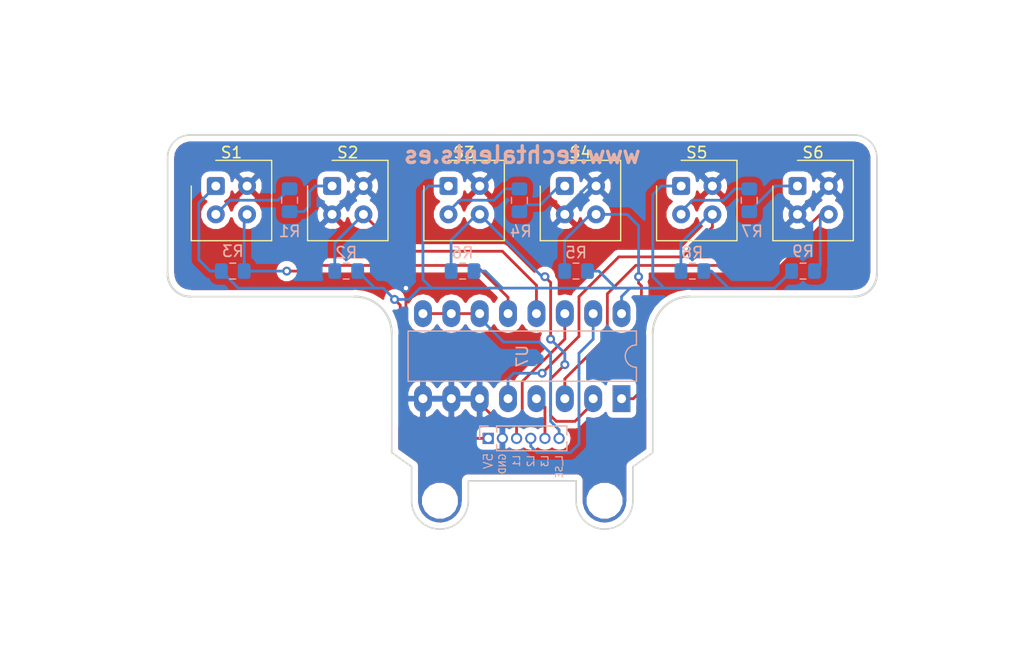
<source format=kicad_pcb>
(kicad_pcb (version 20171130) (host pcbnew "(5.0.1-3-g963ef8bb5)")

  (general
    (thickness 1.6)
    (drawings 47)
    (tracks 206)
    (zones 0)
    (modules 19)
    (nets 19)
  )

  (page A4)
  (layers
    (0 F.Cu signal)
    (31 B.Cu signal)
    (32 B.Adhes user)
    (33 F.Adhes user)
    (34 B.Paste user)
    (35 F.Paste user)
    (36 B.SilkS user)
    (37 F.SilkS user)
    (38 B.Mask user)
    (39 F.Mask user)
    (40 Dwgs.User user)
    (41 Cmts.User user)
    (42 Eco1.User user)
    (43 Eco2.User user)
    (44 Edge.Cuts user)
    (45 Margin user)
    (46 B.CrtYd user)
    (47 F.CrtYd user)
    (48 B.Fab user)
    (49 F.Fab user)
  )

  (setup
    (last_trace_width 0.25)
    (trace_clearance 0.2)
    (zone_clearance 0.508)
    (zone_45_only no)
    (trace_min 0.2)
    (segment_width 0.2)
    (edge_width 0.15)
    (via_size 0.8)
    (via_drill 0.4)
    (via_min_size 0.4)
    (via_min_drill 0.3)
    (uvia_size 0.3)
    (uvia_drill 0.1)
    (uvias_allowed no)
    (uvia_min_size 0.2)
    (uvia_min_drill 0.1)
    (pcb_text_width 0.3)
    (pcb_text_size 1.5 1.5)
    (mod_edge_width 0.15)
    (mod_text_size 1 1)
    (mod_text_width 0.15)
    (pad_size 1.524 1.524)
    (pad_drill 0.762)
    (pad_to_mask_clearance 0.051)
    (solder_mask_min_width 0.25)
    (aux_axis_origin 0 0)
    (visible_elements FFFFFF7F)
    (pcbplotparams
      (layerselection 0x010f0_ffffffff)
      (usegerberextensions false)
      (usegerberattributes true)
      (usegerberadvancedattributes false)
      (creategerberjobfile false)
      (excludeedgelayer false)
      (linewidth 0.100000)
      (plotframeref false)
      (viasonmask false)
      (mode 1)
      (useauxorigin false)
      (hpglpennumber 1)
      (hpglpenspeed 20)
      (hpglpendiameter 15.000000)
      (psnegative false)
      (psa4output false)
      (plotreference true)
      (plotvalue false)
      (plotinvisibletext false)
      (padsonsilk false)
      (subtractmaskfromsilk false)
      (outputformat 1)
      (mirror false)
      (drillshape 0)
      (scaleselection 1)
      (outputdirectory "gerbers/"))
  )

  (net 0 "")
  (net 1 +5V)
  (net 2 GND)
  (net 3 /linea1)
  (net 4 /linea2)
  (net 5 /linea3)
  (net 6 /linea_selec)
  (net 7 "Net-(R1-Pad1)")
  (net 8 "Net-(R1-Pad2)")
  (net 9 /sensor2)
  (net 10 /sensor1)
  (net 11 "Net-(R4-Pad2)")
  (net 12 "Net-(R4-Pad1)")
  (net 13 /sensor4)
  (net 14 /sensor3)
  (net 15 "Net-(R7-Pad1)")
  (net 16 "Net-(R7-Pad2)")
  (net 17 /sensor5)
  (net 18 /sensor6)

  (net_class Default "Esta es la clase de red por defecto."
    (clearance 0.2)
    (trace_width 0.25)
    (via_dia 0.8)
    (via_drill 0.4)
    (uvia_dia 0.3)
    (uvia_drill 0.1)
    (add_net +5V)
    (add_net /linea1)
    (add_net /linea2)
    (add_net /linea3)
    (add_net /linea_selec)
    (add_net /sensor1)
    (add_net /sensor2)
    (add_net /sensor3)
    (add_net /sensor4)
    (add_net /sensor5)
    (add_net /sensor6)
    (add_net GND)
    (add_net "Net-(R1-Pad1)")
    (add_net "Net-(R1-Pad2)")
    (add_net "Net-(R4-Pad1)")
    (add_net "Net-(R4-Pad2)")
    (add_net "Net-(R7-Pad1)")
    (add_net "Net-(R7-Pad2)")
  )

  (module Connector_PinHeader_1.27mm:PinHeader_1x06_P1.27mm_Vertical (layer B.Cu) (tedit 5BF059FD) (tstamp 5BF02F81)
    (at 126.746 91.694 270)
    (descr "Through hole straight pin header, 1x06, 1.27mm pitch, single row")
    (tags "Through hole pin header THT 1x06 1.27mm single row")
    (path /5BF49C5C)
    (fp_text reference J1 (at -13.462 22.86 270) (layer B.SilkS) hide
      (effects (font (size 1 1) (thickness 0.15)) (justify mirror))
    )
    (fp_text value Conn_01x06_Female (at 0 -8.045 270) (layer B.Fab)
      (effects (font (size 1 1) (thickness 0.15)) (justify mirror))
    )
    (fp_line (start -0.525 0.635) (end 1.05 0.635) (layer B.Fab) (width 0.1))
    (fp_line (start 1.05 0.635) (end 1.05 -6.985) (layer B.Fab) (width 0.1))
    (fp_line (start 1.05 -6.985) (end -1.05 -6.985) (layer B.Fab) (width 0.1))
    (fp_line (start -1.05 -6.985) (end -1.05 0.11) (layer B.Fab) (width 0.1))
    (fp_line (start -1.05 0.11) (end -0.525 0.635) (layer B.Fab) (width 0.1))
    (fp_line (start -1.11 -7.045) (end -0.30753 -7.045) (layer B.SilkS) (width 0.12))
    (fp_line (start 0.30753 -7.045) (end 1.11 -7.045) (layer B.SilkS) (width 0.12))
    (fp_line (start -1.11 -0.76) (end -1.11 -7.045) (layer B.SilkS) (width 0.12))
    (fp_line (start 1.11 -0.76) (end 1.11 -7.045) (layer B.SilkS) (width 0.12))
    (fp_line (start -1.11 -0.76) (end -0.563471 -0.76) (layer B.SilkS) (width 0.12))
    (fp_line (start 0.563471 -0.76) (end 1.11 -0.76) (layer B.SilkS) (width 0.12))
    (fp_line (start -1.11 0) (end -1.11 0.76) (layer B.SilkS) (width 0.12))
    (fp_line (start -1.11 0.76) (end 0 0.76) (layer B.SilkS) (width 0.12))
    (fp_line (start -1.55 1.15) (end -1.55 -7.5) (layer B.CrtYd) (width 0.05))
    (fp_line (start -1.55 -7.5) (end 1.55 -7.5) (layer B.CrtYd) (width 0.05))
    (fp_line (start 1.55 -7.5) (end 1.55 1.15) (layer B.CrtYd) (width 0.05))
    (fp_line (start 1.55 1.15) (end -1.55 1.15) (layer B.CrtYd) (width 0.05))
    (fp_text user %R (at 0 -3.175 180) (layer B.Fab)
      (effects (font (size 1 1) (thickness 0.15)) (justify mirror))
    )
    (pad 1 thru_hole rect (at 0 0 270) (size 1 1) (drill 0.65) (layers *.Cu *.Mask)
      (net 1 +5V))
    (pad 2 thru_hole oval (at 0 -1.27 270) (size 1 1) (drill 0.65) (layers *.Cu *.Mask)
      (net 2 GND))
    (pad 3 thru_hole oval (at 0 -2.54 270) (size 1 1) (drill 0.65) (layers *.Cu *.Mask)
      (net 3 /linea1))
    (pad 4 thru_hole oval (at 0 -3.81 270) (size 1 1) (drill 0.65) (layers *.Cu *.Mask)
      (net 4 /linea2))
    (pad 5 thru_hole oval (at 0 -5.08 270) (size 1 1) (drill 0.65) (layers *.Cu *.Mask)
      (net 5 /linea3))
    (pad 6 thru_hole oval (at 0 -6.35 270) (size 1 1) (drill 0.65) (layers *.Cu *.Mask)
      (net 6 /linea_selec))
    (model ${KISYS3DMOD}/Connector_PinHeader_1.27mm.3dshapes/PinHeader_1x06_P1.27mm_Vertical.wrl
      (at (xyz 0 0 0))
      (scale (xyz 1 1 1))
      (rotate (xyz 0 0 0))
    )
  )

  (module Resistor_SMD:R_0805_2012Metric_Pad1.15x1.40mm_HandSolder (layer B.Cu) (tedit 5B36C52B) (tstamp 5BFC851B)
    (at 108.966 70.358 270)
    (descr "Resistor SMD 0805 (2012 Metric), square (rectangular) end terminal, IPC_7351 nominal with elongated pad for handsoldering. (Body size source: https://docs.google.com/spreadsheets/d/1BsfQQcO9C6DZCsRaXUlFlo91Tg2WpOkGARC1WS5S8t0/edit?usp=sharing), generated with kicad-footprint-generator")
    (tags "resistor handsolder")
    (path /5BF17DCF)
    (attr smd)
    (fp_text reference R1 (at 2.794 0 180) (layer B.SilkS)
      (effects (font (size 1 1) (thickness 0.15)) (justify mirror))
    )
    (fp_text value 82 (at 0 -1.65 270) (layer B.Fab)
      (effects (font (size 1 1) (thickness 0.15)) (justify mirror))
    )
    (fp_line (start -1 -0.6) (end -1 0.6) (layer B.Fab) (width 0.1))
    (fp_line (start -1 0.6) (end 1 0.6) (layer B.Fab) (width 0.1))
    (fp_line (start 1 0.6) (end 1 -0.6) (layer B.Fab) (width 0.1))
    (fp_line (start 1 -0.6) (end -1 -0.6) (layer B.Fab) (width 0.1))
    (fp_line (start -0.261252 0.71) (end 0.261252 0.71) (layer B.SilkS) (width 0.12))
    (fp_line (start -0.261252 -0.71) (end 0.261252 -0.71) (layer B.SilkS) (width 0.12))
    (fp_line (start -1.85 -0.95) (end -1.85 0.95) (layer B.CrtYd) (width 0.05))
    (fp_line (start -1.85 0.95) (end 1.85 0.95) (layer B.CrtYd) (width 0.05))
    (fp_line (start 1.85 0.95) (end 1.85 -0.95) (layer B.CrtYd) (width 0.05))
    (fp_line (start 1.85 -0.95) (end -1.85 -0.95) (layer B.CrtYd) (width 0.05))
    (fp_text user %R (at 0 0 270) (layer B.Fab)
      (effects (font (size 0.5 0.5) (thickness 0.08)) (justify mirror))
    )
    (pad 1 smd roundrect (at -1.025 0 270) (size 1.15 1.4) (layers B.Cu B.Paste B.Mask) (roundrect_rratio 0.217391)
      (net 7 "Net-(R1-Pad1)"))
    (pad 2 smd roundrect (at 1.025 0 270) (size 1.15 1.4) (layers B.Cu B.Paste B.Mask) (roundrect_rratio 0.217391)
      (net 8 "Net-(R1-Pad2)"))
    (model ${KISYS3DMOD}/Resistor_SMD.3dshapes/R_0805_2012Metric.wrl
      (at (xyz 0 0 0))
      (scale (xyz 1 1 1))
      (rotate (xyz 0 0 0))
    )
  )

  (module Resistor_SMD:R_0805_2012Metric_Pad1.15x1.40mm_HandSolder (layer B.Cu) (tedit 5B36C52B) (tstamp 5BFC852C)
    (at 114.037 76.708 180)
    (descr "Resistor SMD 0805 (2012 Metric), square (rectangular) end terminal, IPC_7351 nominal with elongated pad for handsoldering. (Body size source: https://docs.google.com/spreadsheets/d/1BsfQQcO9C6DZCsRaXUlFlo91Tg2WpOkGARC1WS5S8t0/edit?usp=sharing), generated with kicad-footprint-generator")
    (tags "resistor handsolder")
    (path /5BF00725)
    (attr smd)
    (fp_text reference R2 (at 0 1.65 180) (layer B.SilkS)
      (effects (font (size 1 1) (thickness 0.15)) (justify mirror))
    )
    (fp_text value 10k (at 0 -1.65 180) (layer B.Fab)
      (effects (font (size 1 1) (thickness 0.15)) (justify mirror))
    )
    (fp_text user %R (at 0 0 180) (layer B.Fab)
      (effects (font (size 0.5 0.5) (thickness 0.08)) (justify mirror))
    )
    (fp_line (start 1.85 -0.95) (end -1.85 -0.95) (layer B.CrtYd) (width 0.05))
    (fp_line (start 1.85 0.95) (end 1.85 -0.95) (layer B.CrtYd) (width 0.05))
    (fp_line (start -1.85 0.95) (end 1.85 0.95) (layer B.CrtYd) (width 0.05))
    (fp_line (start -1.85 -0.95) (end -1.85 0.95) (layer B.CrtYd) (width 0.05))
    (fp_line (start -0.261252 -0.71) (end 0.261252 -0.71) (layer B.SilkS) (width 0.12))
    (fp_line (start -0.261252 0.71) (end 0.261252 0.71) (layer B.SilkS) (width 0.12))
    (fp_line (start 1 -0.6) (end -1 -0.6) (layer B.Fab) (width 0.1))
    (fp_line (start 1 0.6) (end 1 -0.6) (layer B.Fab) (width 0.1))
    (fp_line (start -1 0.6) (end 1 0.6) (layer B.Fab) (width 0.1))
    (fp_line (start -1 -0.6) (end -1 0.6) (layer B.Fab) (width 0.1))
    (pad 2 smd roundrect (at 1.025 0 180) (size 1.15 1.4) (layers B.Cu B.Paste B.Mask) (roundrect_rratio 0.217391)
      (net 9 /sensor2))
    (pad 1 smd roundrect (at -1.025 0 180) (size 1.15 1.4) (layers B.Cu B.Paste B.Mask) (roundrect_rratio 0.217391)
      (net 1 +5V))
    (model ${KISYS3DMOD}/Resistor_SMD.3dshapes/R_0805_2012Metric.wrl
      (at (xyz 0 0 0))
      (scale (xyz 1 1 1))
      (rotate (xyz 0 0 0))
    )
  )

  (module Resistor_SMD:R_0805_2012Metric_Pad1.15x1.40mm_HandSolder (layer B.Cu) (tedit 5B36C52B) (tstamp 5BFC853D)
    (at 103.877 76.708)
    (descr "Resistor SMD 0805 (2012 Metric), square (rectangular) end terminal, IPC_7351 nominal with elongated pad for handsoldering. (Body size source: https://docs.google.com/spreadsheets/d/1BsfQQcO9C6DZCsRaXUlFlo91Tg2WpOkGARC1WS5S8t0/edit?usp=sharing), generated with kicad-footprint-generator")
    (tags "resistor handsolder")
    (path /5BF00134)
    (attr smd)
    (fp_text reference R3 (at 0.009 -1.778) (layer B.SilkS)
      (effects (font (size 1 1) (thickness 0.15)) (justify mirror))
    )
    (fp_text value 10k (at 0 1.524) (layer B.Fab)
      (effects (font (size 1 1) (thickness 0.15)) (justify mirror))
    )
    (fp_line (start -1 -0.6) (end -1 0.6) (layer B.Fab) (width 0.1))
    (fp_line (start -1 0.6) (end 1 0.6) (layer B.Fab) (width 0.1))
    (fp_line (start 1 0.6) (end 1 -0.6) (layer B.Fab) (width 0.1))
    (fp_line (start 1 -0.6) (end -1 -0.6) (layer B.Fab) (width 0.1))
    (fp_line (start -0.261252 0.71) (end 0.261252 0.71) (layer B.SilkS) (width 0.12))
    (fp_line (start -0.261252 -0.71) (end 0.261252 -0.71) (layer B.SilkS) (width 0.12))
    (fp_line (start -1.85 -0.95) (end -1.85 0.95) (layer B.CrtYd) (width 0.05))
    (fp_line (start -1.85 0.95) (end 1.85 0.95) (layer B.CrtYd) (width 0.05))
    (fp_line (start 1.85 0.95) (end 1.85 -0.95) (layer B.CrtYd) (width 0.05))
    (fp_line (start 1.85 -0.95) (end -1.85 -0.95) (layer B.CrtYd) (width 0.05))
    (fp_text user %R (at 0 0) (layer B.Fab)
      (effects (font (size 0.5 0.5) (thickness 0.08)) (justify mirror))
    )
    (pad 1 smd roundrect (at -1.025 0) (size 1.15 1.4) (layers B.Cu B.Paste B.Mask) (roundrect_rratio 0.217391)
      (net 1 +5V))
    (pad 2 smd roundrect (at 1.025 0) (size 1.15 1.4) (layers B.Cu B.Paste B.Mask) (roundrect_rratio 0.217391)
      (net 10 /sensor1))
    (model ${KISYS3DMOD}/Resistor_SMD.3dshapes/R_0805_2012Metric.wrl
      (at (xyz 0 0 0))
      (scale (xyz 1 1 1))
      (rotate (xyz 0 0 0))
    )
  )

  (module Resistor_SMD:R_0805_2012Metric_Pad1.15x1.40mm_HandSolder (layer B.Cu) (tedit 5B36C52B) (tstamp 5BF936FD)
    (at 129.54 70.367 270)
    (descr "Resistor SMD 0805 (2012 Metric), square (rectangular) end terminal, IPC_7351 nominal with elongated pad for handsoldering. (Body size source: https://docs.google.com/spreadsheets/d/1BsfQQcO9C6DZCsRaXUlFlo91Tg2WpOkGARC1WS5S8t0/edit?usp=sharing), generated with kicad-footprint-generator")
    (tags "resistor handsolder")
    (path /5BF1945C)
    (attr smd)
    (fp_text reference R4 (at 2.785 -0.127) (layer B.SilkS)
      (effects (font (size 1 1) (thickness 0.15)) (justify mirror))
    )
    (fp_text value 82 (at 0 -1.65 270) (layer B.Fab)
      (effects (font (size 1 1) (thickness 0.15)) (justify mirror))
    )
    (fp_text user %R (at 0 0 270) (layer B.Fab)
      (effects (font (size 0.5 0.5) (thickness 0.08)) (justify mirror))
    )
    (fp_line (start 1.85 -0.95) (end -1.85 -0.95) (layer B.CrtYd) (width 0.05))
    (fp_line (start 1.85 0.95) (end 1.85 -0.95) (layer B.CrtYd) (width 0.05))
    (fp_line (start -1.85 0.95) (end 1.85 0.95) (layer B.CrtYd) (width 0.05))
    (fp_line (start -1.85 -0.95) (end -1.85 0.95) (layer B.CrtYd) (width 0.05))
    (fp_line (start -0.261252 -0.71) (end 0.261252 -0.71) (layer B.SilkS) (width 0.12))
    (fp_line (start -0.261252 0.71) (end 0.261252 0.71) (layer B.SilkS) (width 0.12))
    (fp_line (start 1 -0.6) (end -1 -0.6) (layer B.Fab) (width 0.1))
    (fp_line (start 1 0.6) (end 1 -0.6) (layer B.Fab) (width 0.1))
    (fp_line (start -1 0.6) (end 1 0.6) (layer B.Fab) (width 0.1))
    (fp_line (start -1 -0.6) (end -1 0.6) (layer B.Fab) (width 0.1))
    (pad 2 smd roundrect (at 1.025 0 270) (size 1.15 1.4) (layers B.Cu B.Paste B.Mask) (roundrect_rratio 0.217391)
      (net 11 "Net-(R4-Pad2)"))
    (pad 1 smd roundrect (at -1.025 0 270) (size 1.15 1.4) (layers B.Cu B.Paste B.Mask) (roundrect_rratio 0.217391)
      (net 12 "Net-(R4-Pad1)"))
    (model ${KISYS3DMOD}/Resistor_SMD.3dshapes/R_0805_2012Metric.wrl
      (at (xyz 0 0 0))
      (scale (xyz 1 1 1))
      (rotate (xyz 0 0 0))
    )
  )

  (module Resistor_SMD:R_0805_2012Metric_Pad1.15x1.40mm_HandSolder (layer B.Cu) (tedit 5B36C52B) (tstamp 5BFC855F)
    (at 134.611 76.708 180)
    (descr "Resistor SMD 0805 (2012 Metric), square (rectangular) end terminal, IPC_7351 nominal with elongated pad for handsoldering. (Body size source: https://docs.google.com/spreadsheets/d/1BsfQQcO9C6DZCsRaXUlFlo91Tg2WpOkGARC1WS5S8t0/edit?usp=sharing), generated with kicad-footprint-generator")
    (tags "resistor handsolder")
    (path /5BEFFC2F)
    (attr smd)
    (fp_text reference R5 (at 0 1.65 180) (layer B.SilkS)
      (effects (font (size 1 1) (thickness 0.15)) (justify mirror))
    )
    (fp_text value 10k (at 0 -1.65 180) (layer B.Fab)
      (effects (font (size 1 1) (thickness 0.15)) (justify mirror))
    )
    (fp_line (start -1 -0.6) (end -1 0.6) (layer B.Fab) (width 0.1))
    (fp_line (start -1 0.6) (end 1 0.6) (layer B.Fab) (width 0.1))
    (fp_line (start 1 0.6) (end 1 -0.6) (layer B.Fab) (width 0.1))
    (fp_line (start 1 -0.6) (end -1 -0.6) (layer B.Fab) (width 0.1))
    (fp_line (start -0.261252 0.71) (end 0.261252 0.71) (layer B.SilkS) (width 0.12))
    (fp_line (start -0.261252 -0.71) (end 0.261252 -0.71) (layer B.SilkS) (width 0.12))
    (fp_line (start -1.85 -0.95) (end -1.85 0.95) (layer B.CrtYd) (width 0.05))
    (fp_line (start -1.85 0.95) (end 1.85 0.95) (layer B.CrtYd) (width 0.05))
    (fp_line (start 1.85 0.95) (end 1.85 -0.95) (layer B.CrtYd) (width 0.05))
    (fp_line (start 1.85 -0.95) (end -1.85 -0.95) (layer B.CrtYd) (width 0.05))
    (fp_text user %R (at 0 0 270) (layer B.Fab)
      (effects (font (size 0.5 0.5) (thickness 0.08)) (justify mirror))
    )
    (pad 1 smd roundrect (at -1.025 0 180) (size 1.15 1.4) (layers B.Cu B.Paste B.Mask) (roundrect_rratio 0.217391)
      (net 1 +5V))
    (pad 2 smd roundrect (at 1.025 0 180) (size 1.15 1.4) (layers B.Cu B.Paste B.Mask) (roundrect_rratio 0.217391)
      (net 13 /sensor4))
    (model ${KISYS3DMOD}/Resistor_SMD.3dshapes/R_0805_2012Metric.wrl
      (at (xyz 0 0 0))
      (scale (xyz 1 1 1))
      (rotate (xyz 0 0 0))
    )
  )

  (module Resistor_SMD:R_0805_2012Metric_Pad1.15x1.40mm_HandSolder (layer B.Cu) (tedit 5B36C52B) (tstamp 5BF0317E)
    (at 124.451 76.708 180)
    (descr "Resistor SMD 0805 (2012 Metric), square (rectangular) end terminal, IPC_7351 nominal with elongated pad for handsoldering. (Body size source: https://docs.google.com/spreadsheets/d/1BsfQQcO9C6DZCsRaXUlFlo91Tg2WpOkGARC1WS5S8t0/edit?usp=sharing), generated with kicad-footprint-generator")
    (tags "resistor handsolder")
    (path /5BF00244)
    (attr smd)
    (fp_text reference R6 (at 0 1.65 180) (layer B.SilkS)
      (effects (font (size 1 1) (thickness 0.15)) (justify mirror))
    )
    (fp_text value 10k (at 0 -1.65 180) (layer B.Fab)
      (effects (font (size 1 1) (thickness 0.15)) (justify mirror))
    )
    (fp_text user %R (at 0 0) (layer F.Fab)
      (effects (font (size 0.5 0.5) (thickness 0.08)))
    )
    (fp_line (start 1.85 -0.95) (end -1.85 -0.95) (layer B.CrtYd) (width 0.05))
    (fp_line (start 1.85 0.95) (end 1.85 -0.95) (layer B.CrtYd) (width 0.05))
    (fp_line (start -1.85 0.95) (end 1.85 0.95) (layer B.CrtYd) (width 0.05))
    (fp_line (start -1.85 -0.95) (end -1.85 0.95) (layer B.CrtYd) (width 0.05))
    (fp_line (start -0.261252 -0.71) (end 0.261252 -0.71) (layer B.SilkS) (width 0.12))
    (fp_line (start -0.261252 0.71) (end 0.261252 0.71) (layer B.SilkS) (width 0.12))
    (fp_line (start 1 -0.6) (end -1 -0.6) (layer B.Fab) (width 0.1))
    (fp_line (start 1 0.6) (end 1 -0.6) (layer B.Fab) (width 0.1))
    (fp_line (start -1 0.6) (end 1 0.6) (layer B.Fab) (width 0.1))
    (fp_line (start -1 -0.6) (end -1 0.6) (layer B.Fab) (width 0.1))
    (pad 2 smd roundrect (at 1.025 0 180) (size 1.15 1.4) (layers B.Cu B.Paste B.Mask) (roundrect_rratio 0.217391)
      (net 14 /sensor3))
    (pad 1 smd roundrect (at -1.025 0 180) (size 1.15 1.4) (layers B.Cu B.Paste B.Mask) (roundrect_rratio 0.217391)
      (net 1 +5V))
    (model ${KISYS3DMOD}/Resistor_SMD.3dshapes/R_0805_2012Metric.wrl
      (at (xyz 0 0 0))
      (scale (xyz 1 1 1))
      (rotate (xyz 0 0 0))
    )
  )

  (module Resistor_SMD:R_0805_2012Metric_Pad1.15x1.40mm_HandSolder (layer B.Cu) (tedit 5B36C52B) (tstamp 5BFC8581)
    (at 150.114 70.367 270)
    (descr "Resistor SMD 0805 (2012 Metric), square (rectangular) end terminal, IPC_7351 nominal with elongated pad for handsoldering. (Body size source: https://docs.google.com/spreadsheets/d/1BsfQQcO9C6DZCsRaXUlFlo91Tg2WpOkGARC1WS5S8t0/edit?usp=sharing), generated with kicad-footprint-generator")
    (tags "resistor handsolder")
    (path /5BF1F998)
    (attr smd)
    (fp_text reference R7 (at 2.785 -0.254) (layer B.SilkS)
      (effects (font (size 1 1) (thickness 0.15)) (justify mirror))
    )
    (fp_text value 82 (at 0 -1.65 270) (layer B.Fab)
      (effects (font (size 1 1) (thickness 0.15)) (justify mirror))
    )
    (fp_line (start -1 -0.6) (end -1 0.6) (layer B.Fab) (width 0.1))
    (fp_line (start -1 0.6) (end 1 0.6) (layer B.Fab) (width 0.1))
    (fp_line (start 1 0.6) (end 1 -0.6) (layer B.Fab) (width 0.1))
    (fp_line (start 1 -0.6) (end -1 -0.6) (layer B.Fab) (width 0.1))
    (fp_line (start -0.261252 0.71) (end 0.261252 0.71) (layer B.SilkS) (width 0.12))
    (fp_line (start -0.261252 -0.71) (end 0.261252 -0.71) (layer B.SilkS) (width 0.12))
    (fp_line (start -1.85 -0.95) (end -1.85 0.95) (layer B.CrtYd) (width 0.05))
    (fp_line (start -1.85 0.95) (end 1.85 0.95) (layer B.CrtYd) (width 0.05))
    (fp_line (start 1.85 0.95) (end 1.85 -0.95) (layer B.CrtYd) (width 0.05))
    (fp_line (start 1.85 -0.95) (end -1.85 -0.95) (layer B.CrtYd) (width 0.05))
    (fp_text user %R (at 0 0 270) (layer B.Fab)
      (effects (font (size 0.5 0.5) (thickness 0.08)) (justify mirror))
    )
    (pad 1 smd roundrect (at -1.025 0 270) (size 1.15 1.4) (layers B.Cu B.Paste B.Mask) (roundrect_rratio 0.217391)
      (net 15 "Net-(R7-Pad1)"))
    (pad 2 smd roundrect (at 1.025 0 270) (size 1.15 1.4) (layers B.Cu B.Paste B.Mask) (roundrect_rratio 0.217391)
      (net 16 "Net-(R7-Pad2)"))
    (model ${KISYS3DMOD}/Resistor_SMD.3dshapes/R_0805_2012Metric.wrl
      (at (xyz 0 0 0))
      (scale (xyz 1 1 1))
      (rotate (xyz 0 0 0))
    )
  )

  (module Resistor_SMD:R_0805_2012Metric_Pad1.15x1.40mm_HandSolder (layer B.Cu) (tedit 5B36C52B) (tstamp 5BFC8592)
    (at 145.025 76.708 180)
    (descr "Resistor SMD 0805 (2012 Metric), square (rectangular) end terminal, IPC_7351 nominal with elongated pad for handsoldering. (Body size source: https://docs.google.com/spreadsheets/d/1BsfQQcO9C6DZCsRaXUlFlo91Tg2WpOkGARC1WS5S8t0/edit?usp=sharing), generated with kicad-footprint-generator")
    (tags "resistor handsolder")
    (path /5BF00499)
    (attr smd)
    (fp_text reference R8 (at 0 1.65 180) (layer B.SilkS)
      (effects (font (size 1 1) (thickness 0.15)) (justify mirror))
    )
    (fp_text value 10k (at 0 -1.65 180) (layer B.Fab)
      (effects (font (size 1 1) (thickness 0.15)) (justify mirror))
    )
    (fp_line (start -1 -0.6) (end -1 0.6) (layer B.Fab) (width 0.1))
    (fp_line (start -1 0.6) (end 1 0.6) (layer B.Fab) (width 0.1))
    (fp_line (start 1 0.6) (end 1 -0.6) (layer B.Fab) (width 0.1))
    (fp_line (start 1 -0.6) (end -1 -0.6) (layer B.Fab) (width 0.1))
    (fp_line (start -0.261252 0.71) (end 0.261252 0.71) (layer B.SilkS) (width 0.12))
    (fp_line (start -0.261252 -0.71) (end 0.261252 -0.71) (layer B.SilkS) (width 0.12))
    (fp_line (start -1.85 -0.95) (end -1.85 0.95) (layer B.CrtYd) (width 0.05))
    (fp_line (start -1.85 0.95) (end 1.85 0.95) (layer B.CrtYd) (width 0.05))
    (fp_line (start 1.85 0.95) (end 1.85 -0.95) (layer B.CrtYd) (width 0.05))
    (fp_line (start 1.85 -0.95) (end -1.85 -0.95) (layer B.CrtYd) (width 0.05))
    (fp_text user %R (at 0 0 180) (layer B.Fab)
      (effects (font (size 0.5 0.5) (thickness 0.08)) (justify mirror))
    )
    (pad 1 smd roundrect (at -1.025 0 180) (size 1.15 1.4) (layers B.Cu B.Paste B.Mask) (roundrect_rratio 0.217391)
      (net 1 +5V))
    (pad 2 smd roundrect (at 1.025 0 180) (size 1.15 1.4) (layers B.Cu B.Paste B.Mask) (roundrect_rratio 0.217391)
      (net 17 /sensor5))
    (model ${KISYS3DMOD}/Resistor_SMD.3dshapes/R_0805_2012Metric.wrl
      (at (xyz 0 0 0))
      (scale (xyz 1 1 1))
      (rotate (xyz 0 0 0))
    )
  )

  (module Resistor_SMD:R_0805_2012Metric_Pad1.15x1.40mm_HandSolder (layer B.Cu) (tedit 5B36C52B) (tstamp 5BFC85A3)
    (at 154.931 76.708)
    (descr "Resistor SMD 0805 (2012 Metric), square (rectangular) end terminal, IPC_7351 nominal with elongated pad for handsoldering. (Body size source: https://docs.google.com/spreadsheets/d/1BsfQQcO9C6DZCsRaXUlFlo91Tg2WpOkGARC1WS5S8t0/edit?usp=sharing), generated with kicad-footprint-generator")
    (tags "resistor handsolder")
    (path /5BEFFEB6)
    (attr smd)
    (fp_text reference R9 (at 0 -1.778) (layer B.SilkS)
      (effects (font (size 1 1) (thickness 0.15)) (justify mirror))
    )
    (fp_text value 10k (at 0 1.524) (layer B.Fab)
      (effects (font (size 1 1) (thickness 0.15)) (justify mirror))
    )
    (fp_text user %R (at 0 0) (layer B.Fab)
      (effects (font (size 0.5 0.5) (thickness 0.08)) (justify mirror))
    )
    (fp_line (start 1.85 -0.95) (end -1.85 -0.95) (layer B.CrtYd) (width 0.05))
    (fp_line (start 1.85 0.95) (end 1.85 -0.95) (layer B.CrtYd) (width 0.05))
    (fp_line (start -1.85 0.95) (end 1.85 0.95) (layer B.CrtYd) (width 0.05))
    (fp_line (start -1.85 -0.95) (end -1.85 0.95) (layer B.CrtYd) (width 0.05))
    (fp_line (start -0.261252 -0.71) (end 0.261252 -0.71) (layer B.SilkS) (width 0.12))
    (fp_line (start -0.261252 0.71) (end 0.261252 0.71) (layer B.SilkS) (width 0.12))
    (fp_line (start 1 -0.6) (end -1 -0.6) (layer B.Fab) (width 0.1))
    (fp_line (start 1 0.6) (end 1 -0.6) (layer B.Fab) (width 0.1))
    (fp_line (start -1 0.6) (end 1 0.6) (layer B.Fab) (width 0.1))
    (fp_line (start -1 -0.6) (end -1 0.6) (layer B.Fab) (width 0.1))
    (pad 2 smd roundrect (at 1.025 0) (size 1.15 1.4) (layers B.Cu B.Paste B.Mask) (roundrect_rratio 0.217391)
      (net 18 /sensor6))
    (pad 1 smd roundrect (at -1.025 0) (size 1.15 1.4) (layers B.Cu B.Paste B.Mask) (roundrect_rratio 0.217391)
      (net 1 +5V))
    (model ${KISYS3DMOD}/Resistor_SMD.3dshapes/R_0805_2012Metric.wrl
      (at (xyz 0 0 0))
      (scale (xyz 1 1 1))
      (rotate (xyz 0 0 0))
    )
  )

  (module OptoDevice:Vishay_CNY70 (layer F.Cu) (tedit 5BF05A99) (tstamp 5BFCC896)
    (at 102.362 69.088)
    (descr "package for Vishay CNY70 refective photo coupler/interrupter")
    (tags "Vishay CNY70 refective photo coupler")
    (path /5BEFF17C)
    (fp_text reference S1 (at 1.4 -3) (layer F.SilkS)
      (effects (font (size 1 1) (thickness 0.15)))
    )
    (fp_text value CNY70 (at 1.4 5.8) (layer F.Fab)
      (effects (font (size 1 1) (thickness 0.15)))
    )
    (fp_text user %R (at 1.5 1.4) (layer F.Fab)
      (effects (font (size 1 1) (thickness 0.15)))
    )
    (fp_line (start 5 4.9) (end 5 -2.3) (layer F.SilkS) (width 0.12))
    (fp_line (start -2.2 4.9) (end 5 4.9) (layer F.SilkS) (width 0.12))
    (fp_line (start -2.2 0) (end -2.2 4.9) (layer F.SilkS) (width 0.12))
    (fp_line (start 5 -2.3) (end 0 -2.3) (layer F.SilkS) (width 0.12))
    (fp_line (start -1.1 3.9) (end 3.9 3.9) (layer F.Fab) (width 0.1))
    (fp_line (start -1.1 -1.2) (end -1.1 3.9) (layer F.Fab) (width 0.1))
    (fp_line (start 3.9 -1.2) (end -1.1 -1.2) (layer F.Fab) (width 0.1))
    (fp_line (start 3.9 3.9) (end 3.9 -1.2) (layer F.Fab) (width 0.1))
    (fp_line (start 1.2 4.5) (end 1.2 4.8) (layer F.Fab) (width 0.1))
    (fp_line (start 1.6 4.5) (end 1.2 4.5) (layer F.Fab) (width 0.1))
    (fp_line (start 1.6 4.8) (end 1.6 4.5) (layer F.Fab) (width 0.1))
    (fp_line (start 1.6 -1.9) (end 1.6 -2.2) (layer F.Fab) (width 0.1))
    (fp_line (start 1.2 -1.9) (end 1.6 -1.9) (layer F.Fab) (width 0.1))
    (fp_line (start 1.2 -2.2) (end 1.2 -1.9) (layer F.Fab) (width 0.1))
    (fp_line (start -2.1 -1.2) (end -1.1 -2.2) (layer F.Fab) (width 0.1))
    (fp_line (start -2.1 4.8) (end -2.1 -1.2) (layer F.Fab) (width 0.1))
    (fp_line (start 4.9 4.8) (end -2.1 4.8) (layer F.Fab) (width 0.1))
    (fp_line (start 4.9 -2.2) (end 4.9 4.8) (layer F.Fab) (width 0.1))
    (fp_line (start -1.1 -2.2) (end 4.9 -2.2) (layer F.Fab) (width 0.1))
    (fp_line (start -2.35 -2.45) (end 5.15 -2.45) (layer F.CrtYd) (width 0.05))
    (fp_line (start -2.35 -2.45) (end -2.35 5.05) (layer F.CrtYd) (width 0.05))
    (fp_line (start 5.15 5.05) (end 5.15 -2.45) (layer F.CrtYd) (width 0.05))
    (fp_line (start 5.15 5.05) (end -2.35 5.05) (layer F.CrtYd) (width 0.05))
    (pad 4 thru_hole circle (at 2.8 0) (size 1.6 1.6) (drill 0.8) (layers *.Cu *.Mask)
      (net 2 GND))
    (pad 3 thru_hole circle (at 2.8 2.54) (size 1.6 1.6) (drill 0.8) (layers *.Cu *.Mask)
      (net 10 /sensor1))
    (pad 2 thru_hole circle (at 0 2.54) (size 1.6 1.6) (drill 0.8) (layers *.Cu *.Mask)
      (net 7 "Net-(R1-Pad1)"))
    (pad 1 thru_hole roundrect (at 0 0) (size 1.6 1.6) (drill 0.8) (layers *.Cu *.Mask) (roundrect_rratio 0.156)
      (net 1 +5V))
    (model ${KISYS3DMOD}/OptoDevice.3dshapes/Vishay_CNY70.wrl
      (at (xyz 0 0 0))
      (scale (xyz 1 1 1))
      (rotate (xyz 0 0 0))
    )
  )

  (module OptoDevice:Vishay_CNY70 (layer F.Cu) (tedit 5BF05A9E) (tstamp 5BFC85E3)
    (at 112.776 69.088)
    (descr "package for Vishay CNY70 refective photo coupler/interrupter")
    (tags "Vishay CNY70 refective photo coupler")
    (path /5BEFF1E8)
    (fp_text reference S2 (at 1.4 -3) (layer F.SilkS)
      (effects (font (size 1 1) (thickness 0.15)))
    )
    (fp_text value CNY70 (at 1.4 5.8) (layer F.Fab)
      (effects (font (size 1 1) (thickness 0.15)))
    )
    (fp_line (start 5.15 5.05) (end -2.35 5.05) (layer F.CrtYd) (width 0.05))
    (fp_line (start 5.15 5.05) (end 5.15 -2.45) (layer F.CrtYd) (width 0.05))
    (fp_line (start -2.35 -2.45) (end -2.35 5.05) (layer F.CrtYd) (width 0.05))
    (fp_line (start -2.35 -2.45) (end 5.15 -2.45) (layer F.CrtYd) (width 0.05))
    (fp_line (start -1.1 -2.2) (end 4.9 -2.2) (layer F.Fab) (width 0.1))
    (fp_line (start 4.9 -2.2) (end 4.9 4.8) (layer F.Fab) (width 0.1))
    (fp_line (start 4.9 4.8) (end -2.1 4.8) (layer F.Fab) (width 0.1))
    (fp_line (start -2.1 4.8) (end -2.1 -1.2) (layer F.Fab) (width 0.1))
    (fp_line (start -2.1 -1.2) (end -1.1 -2.2) (layer F.Fab) (width 0.1))
    (fp_line (start 1.2 -2.2) (end 1.2 -1.9) (layer F.Fab) (width 0.1))
    (fp_line (start 1.2 -1.9) (end 1.6 -1.9) (layer F.Fab) (width 0.1))
    (fp_line (start 1.6 -1.9) (end 1.6 -2.2) (layer F.Fab) (width 0.1))
    (fp_line (start 1.6 4.8) (end 1.6 4.5) (layer F.Fab) (width 0.1))
    (fp_line (start 1.6 4.5) (end 1.2 4.5) (layer F.Fab) (width 0.1))
    (fp_line (start 1.2 4.5) (end 1.2 4.8) (layer F.Fab) (width 0.1))
    (fp_line (start 3.9 3.9) (end 3.9 -1.2) (layer F.Fab) (width 0.1))
    (fp_line (start 3.9 -1.2) (end -1.1 -1.2) (layer F.Fab) (width 0.1))
    (fp_line (start -1.1 -1.2) (end -1.1 3.9) (layer F.Fab) (width 0.1))
    (fp_line (start -1.1 3.9) (end 3.9 3.9) (layer F.Fab) (width 0.1))
    (fp_line (start 5 -2.3) (end 0 -2.3) (layer F.SilkS) (width 0.12))
    (fp_line (start -2.2 0) (end -2.2 4.9) (layer F.SilkS) (width 0.12))
    (fp_line (start -2.2 4.9) (end 5 4.9) (layer F.SilkS) (width 0.12))
    (fp_line (start 5 4.9) (end 5 -2.3) (layer F.SilkS) (width 0.12))
    (fp_text user %R (at 1.5 1.4) (layer F.Fab)
      (effects (font (size 1 1) (thickness 0.15)))
    )
    (pad 1 thru_hole roundrect (at 0 0) (size 1.6 1.6) (drill 0.8) (layers *.Cu *.Mask) (roundrect_rratio 0.156)
      (net 8 "Net-(R1-Pad2)"))
    (pad 2 thru_hole circle (at 0 2.54) (size 1.6 1.6) (drill 0.8) (layers *.Cu *.Mask)
      (net 2 GND))
    (pad 3 thru_hole circle (at 2.8 2.54) (size 1.6 1.6) (drill 0.8) (layers *.Cu *.Mask)
      (net 9 /sensor2))
    (pad 4 thru_hole circle (at 2.8 0) (size 1.6 1.6) (drill 0.8) (layers *.Cu *.Mask)
      (net 2 GND))
    (model ${KISYS3DMOD}/OptoDevice.3dshapes/Vishay_CNY70.wrl
      (at (xyz 0 0 0))
      (scale (xyz 1 1 1))
      (rotate (xyz 0 0 0))
    )
  )

  (module OptoDevice:Vishay_CNY70 (layer F.Cu) (tedit 5BF05AA3) (tstamp 5BFC8AAC)
    (at 123.19 69.088)
    (descr "package for Vishay CNY70 refective photo coupler/interrupter")
    (tags "Vishay CNY70 refective photo coupler")
    (path /5BEFF251)
    (fp_text reference S3 (at 1.4 -3) (layer F.SilkS)
      (effects (font (size 1 1) (thickness 0.15)))
    )
    (fp_text value CNY70 (at 1.4 5.8) (layer F.Fab)
      (effects (font (size 1 1) (thickness 0.15)))
    )
    (fp_text user %R (at 1.5 1.4) (layer F.Fab)
      (effects (font (size 1 1) (thickness 0.15)))
    )
    (fp_line (start 5 4.9) (end 5 -2.3) (layer F.SilkS) (width 0.12))
    (fp_line (start -2.2 4.9) (end 5 4.9) (layer F.SilkS) (width 0.12))
    (fp_line (start -2.2 0) (end -2.2 4.9) (layer F.SilkS) (width 0.12))
    (fp_line (start 5 -2.3) (end 0 -2.3) (layer F.SilkS) (width 0.12))
    (fp_line (start -1.1 3.9) (end 3.9 3.9) (layer F.Fab) (width 0.1))
    (fp_line (start -1.1 -1.2) (end -1.1 3.9) (layer F.Fab) (width 0.1))
    (fp_line (start 3.9 -1.2) (end -1.1 -1.2) (layer F.Fab) (width 0.1))
    (fp_line (start 3.9 3.9) (end 3.9 -1.2) (layer F.Fab) (width 0.1))
    (fp_line (start 1.2 4.5) (end 1.2 4.8) (layer F.Fab) (width 0.1))
    (fp_line (start 1.6 4.5) (end 1.2 4.5) (layer F.Fab) (width 0.1))
    (fp_line (start 1.6 4.8) (end 1.6 4.5) (layer F.Fab) (width 0.1))
    (fp_line (start 1.6 -1.9) (end 1.6 -2.2) (layer F.Fab) (width 0.1))
    (fp_line (start 1.2 -1.9) (end 1.6 -1.9) (layer F.Fab) (width 0.1))
    (fp_line (start 1.2 -2.2) (end 1.2 -1.9) (layer F.Fab) (width 0.1))
    (fp_line (start -2.1 -1.2) (end -1.1 -2.2) (layer F.Fab) (width 0.1))
    (fp_line (start -2.1 4.8) (end -2.1 -1.2) (layer F.Fab) (width 0.1))
    (fp_line (start 4.9 4.8) (end -2.1 4.8) (layer F.Fab) (width 0.1))
    (fp_line (start 4.9 -2.2) (end 4.9 4.8) (layer F.Fab) (width 0.1))
    (fp_line (start -1.1 -2.2) (end 4.9 -2.2) (layer F.Fab) (width 0.1))
    (fp_line (start -2.35 -2.45) (end 5.15 -2.45) (layer F.CrtYd) (width 0.05))
    (fp_line (start -2.35 -2.45) (end -2.35 5.05) (layer F.CrtYd) (width 0.05))
    (fp_line (start 5.15 5.05) (end 5.15 -2.45) (layer F.CrtYd) (width 0.05))
    (fp_line (start 5.15 5.05) (end -2.35 5.05) (layer F.CrtYd) (width 0.05))
    (pad 4 thru_hole circle (at 2.8 0) (size 1.6 1.6) (drill 0.8) (layers *.Cu *.Mask)
      (net 2 GND))
    (pad 3 thru_hole circle (at 2.8 2.54) (size 1.6 1.6) (drill 0.8) (layers *.Cu *.Mask)
      (net 14 /sensor3))
    (pad 2 thru_hole circle (at 0 2.54) (size 1.6 1.6) (drill 0.8) (layers *.Cu *.Mask)
      (net 12 "Net-(R4-Pad1)"))
    (pad 1 thru_hole roundrect (at 0 0) (size 1.6 1.6) (drill 0.8) (layers *.Cu *.Mask) (roundrect_rratio 0.156)
      (net 1 +5V))
    (model ${KISYS3DMOD}/OptoDevice.3dshapes/Vishay_CNY70.wrl
      (at (xyz 0 0 0))
      (scale (xyz 1 1 1))
      (rotate (xyz 0 0 0))
    )
  )

  (module OptoDevice:Vishay_CNY70 (layer F.Cu) (tedit 5BF05AA9) (tstamp 5BFC8623)
    (at 133.604 69.088)
    (descr "package for Vishay CNY70 refective photo coupler/interrupter")
    (tags "Vishay CNY70 refective photo coupler")
    (path /5BEFF2A8)
    (fp_text reference S4 (at 1.4 -3) (layer F.SilkS)
      (effects (font (size 1 1) (thickness 0.15)))
    )
    (fp_text value CNY70 (at 1.4 5.8) (layer F.Fab)
      (effects (font (size 1 1) (thickness 0.15)))
    )
    (fp_line (start 5.15 5.05) (end -2.35 5.05) (layer F.CrtYd) (width 0.05))
    (fp_line (start 5.15 5.05) (end 5.15 -2.45) (layer F.CrtYd) (width 0.05))
    (fp_line (start -2.35 -2.45) (end -2.35 5.05) (layer F.CrtYd) (width 0.05))
    (fp_line (start -2.35 -2.45) (end 5.15 -2.45) (layer F.CrtYd) (width 0.05))
    (fp_line (start -1.1 -2.2) (end 4.9 -2.2) (layer F.Fab) (width 0.1))
    (fp_line (start 4.9 -2.2) (end 4.9 4.8) (layer F.Fab) (width 0.1))
    (fp_line (start 4.9 4.8) (end -2.1 4.8) (layer F.Fab) (width 0.1))
    (fp_line (start -2.1 4.8) (end -2.1 -1.2) (layer F.Fab) (width 0.1))
    (fp_line (start -2.1 -1.2) (end -1.1 -2.2) (layer F.Fab) (width 0.1))
    (fp_line (start 1.2 -2.2) (end 1.2 -1.9) (layer F.Fab) (width 0.1))
    (fp_line (start 1.2 -1.9) (end 1.6 -1.9) (layer F.Fab) (width 0.1))
    (fp_line (start 1.6 -1.9) (end 1.6 -2.2) (layer F.Fab) (width 0.1))
    (fp_line (start 1.6 4.8) (end 1.6 4.5) (layer F.Fab) (width 0.1))
    (fp_line (start 1.6 4.5) (end 1.2 4.5) (layer F.Fab) (width 0.1))
    (fp_line (start 1.2 4.5) (end 1.2 4.8) (layer F.Fab) (width 0.1))
    (fp_line (start 3.9 3.9) (end 3.9 -1.2) (layer F.Fab) (width 0.1))
    (fp_line (start 3.9 -1.2) (end -1.1 -1.2) (layer F.Fab) (width 0.1))
    (fp_line (start -1.1 -1.2) (end -1.1 3.9) (layer F.Fab) (width 0.1))
    (fp_line (start -1.1 3.9) (end 3.9 3.9) (layer F.Fab) (width 0.1))
    (fp_line (start 5 -2.3) (end 0 -2.3) (layer F.SilkS) (width 0.12))
    (fp_line (start -2.2 0) (end -2.2 4.9) (layer F.SilkS) (width 0.12))
    (fp_line (start -2.2 4.9) (end 5 4.9) (layer F.SilkS) (width 0.12))
    (fp_line (start 5 4.9) (end 5 -2.3) (layer F.SilkS) (width 0.12))
    (fp_text user %R (at 1.5 1.4) (layer F.Fab)
      (effects (font (size 1 1) (thickness 0.15)))
    )
    (pad 1 thru_hole roundrect (at 0 0) (size 1.6 1.6) (drill 0.8) (layers *.Cu *.Mask) (roundrect_rratio 0.156)
      (net 11 "Net-(R4-Pad2)"))
    (pad 2 thru_hole circle (at 0 2.54) (size 1.6 1.6) (drill 0.8) (layers *.Cu *.Mask)
      (net 2 GND))
    (pad 3 thru_hole circle (at 2.8 2.54) (size 1.6 1.6) (drill 0.8) (layers *.Cu *.Mask)
      (net 13 /sensor4))
    (pad 4 thru_hole circle (at 2.8 0) (size 1.6 1.6) (drill 0.8) (layers *.Cu *.Mask)
      (net 2 GND))
    (model ${KISYS3DMOD}/OptoDevice.3dshapes/Vishay_CNY70.wrl
      (at (xyz 0 0 0))
      (scale (xyz 1 1 1))
      (rotate (xyz 0 0 0))
    )
  )

  (module OptoDevice:Vishay_CNY70 (layer F.Cu) (tedit 5BF05AB2) (tstamp 5BFC8643)
    (at 144.018 69.088)
    (descr "package for Vishay CNY70 refective photo coupler/interrupter")
    (tags "Vishay CNY70 refective photo coupler")
    (path /5BEFF46A)
    (fp_text reference S5 (at 1.4 -3) (layer F.SilkS)
      (effects (font (size 1 1) (thickness 0.15)))
    )
    (fp_text value CNY70 (at 1.4 5.8) (layer F.Fab)
      (effects (font (size 1 1) (thickness 0.15)))
    )
    (fp_text user %R (at 1.5 1.4) (layer F.Fab)
      (effects (font (size 1 1) (thickness 0.15)))
    )
    (fp_line (start 5 4.9) (end 5 -2.3) (layer F.SilkS) (width 0.12))
    (fp_line (start -2.2 4.9) (end 5 4.9) (layer F.SilkS) (width 0.12))
    (fp_line (start -2.2 0) (end -2.2 4.9) (layer F.SilkS) (width 0.12))
    (fp_line (start 5 -2.3) (end 0 -2.3) (layer F.SilkS) (width 0.12))
    (fp_line (start -1.1 3.9) (end 3.9 3.9) (layer F.Fab) (width 0.1))
    (fp_line (start -1.1 -1.2) (end -1.1 3.9) (layer F.Fab) (width 0.1))
    (fp_line (start 3.9 -1.2) (end -1.1 -1.2) (layer F.Fab) (width 0.1))
    (fp_line (start 3.9 3.9) (end 3.9 -1.2) (layer F.Fab) (width 0.1))
    (fp_line (start 1.2 4.5) (end 1.2 4.8) (layer F.Fab) (width 0.1))
    (fp_line (start 1.6 4.5) (end 1.2 4.5) (layer F.Fab) (width 0.1))
    (fp_line (start 1.6 4.8) (end 1.6 4.5) (layer F.Fab) (width 0.1))
    (fp_line (start 1.6 -1.9) (end 1.6 -2.2) (layer F.Fab) (width 0.1))
    (fp_line (start 1.2 -1.9) (end 1.6 -1.9) (layer F.Fab) (width 0.1))
    (fp_line (start 1.2 -2.2) (end 1.2 -1.9) (layer F.Fab) (width 0.1))
    (fp_line (start -2.1 -1.2) (end -1.1 -2.2) (layer F.Fab) (width 0.1))
    (fp_line (start -2.1 4.8) (end -2.1 -1.2) (layer F.Fab) (width 0.1))
    (fp_line (start 4.9 4.8) (end -2.1 4.8) (layer F.Fab) (width 0.1))
    (fp_line (start 4.9 -2.2) (end 4.9 4.8) (layer F.Fab) (width 0.1))
    (fp_line (start -1.1 -2.2) (end 4.9 -2.2) (layer F.Fab) (width 0.1))
    (fp_line (start -2.35 -2.45) (end 5.15 -2.45) (layer F.CrtYd) (width 0.05))
    (fp_line (start -2.35 -2.45) (end -2.35 5.05) (layer F.CrtYd) (width 0.05))
    (fp_line (start 5.15 5.05) (end 5.15 -2.45) (layer F.CrtYd) (width 0.05))
    (fp_line (start 5.15 5.05) (end -2.35 5.05) (layer F.CrtYd) (width 0.05))
    (pad 4 thru_hole circle (at 2.8 0) (size 1.6 1.6) (drill 0.8) (layers *.Cu *.Mask)
      (net 2 GND))
    (pad 3 thru_hole circle (at 2.8 2.54) (size 1.6 1.6) (drill 0.8) (layers *.Cu *.Mask)
      (net 17 /sensor5))
    (pad 2 thru_hole circle (at 0 2.54) (size 1.6 1.6) (drill 0.8) (layers *.Cu *.Mask)
      (net 15 "Net-(R7-Pad1)"))
    (pad 1 thru_hole roundrect (at 0 0) (size 1.6 1.6) (drill 0.8) (layers *.Cu *.Mask) (roundrect_rratio 0.156)
      (net 1 +5V))
    (model ${KISYS3DMOD}/OptoDevice.3dshapes/Vishay_CNY70.wrl
      (at (xyz 0 0 0))
      (scale (xyz 1 1 1))
      (rotate (xyz 0 0 0))
    )
  )

  (module OptoDevice:Vishay_CNY70 (layer F.Cu) (tedit 5BF05AB9) (tstamp 5BF00E5E)
    (at 154.432 69.088)
    (descr "package for Vishay CNY70 refective photo coupler/interrupter")
    (tags "Vishay CNY70 refective photo coupler")
    (path /5BEFF4E5)
    (fp_text reference S6 (at 1.4 -3) (layer F.SilkS)
      (effects (font (size 1 1) (thickness 0.15)))
    )
    (fp_text value CNY70 (at 1.4 5.8) (layer F.Fab)
      (effects (font (size 1 1) (thickness 0.15)))
    )
    (fp_line (start 5.15 5.05) (end -2.35 5.05) (layer F.CrtYd) (width 0.05))
    (fp_line (start 5.15 5.05) (end 5.15 -2.45) (layer F.CrtYd) (width 0.05))
    (fp_line (start -2.35 -2.45) (end -2.35 5.05) (layer F.CrtYd) (width 0.05))
    (fp_line (start -2.35 -2.45) (end 5.15 -2.45) (layer F.CrtYd) (width 0.05))
    (fp_line (start -1.1 -2.2) (end 4.9 -2.2) (layer F.Fab) (width 0.1))
    (fp_line (start 4.9 -2.2) (end 4.9 4.8) (layer F.Fab) (width 0.1))
    (fp_line (start 4.9 4.8) (end -2.1 4.8) (layer F.Fab) (width 0.1))
    (fp_line (start -2.1 4.8) (end -2.1 -1.2) (layer F.Fab) (width 0.1))
    (fp_line (start -2.1 -1.2) (end -1.1 -2.2) (layer F.Fab) (width 0.1))
    (fp_line (start 1.2 -2.2) (end 1.2 -1.9) (layer F.Fab) (width 0.1))
    (fp_line (start 1.2 -1.9) (end 1.6 -1.9) (layer F.Fab) (width 0.1))
    (fp_line (start 1.6 -1.9) (end 1.6 -2.2) (layer F.Fab) (width 0.1))
    (fp_line (start 1.6 4.8) (end 1.6 4.5) (layer F.Fab) (width 0.1))
    (fp_line (start 1.6 4.5) (end 1.2 4.5) (layer F.Fab) (width 0.1))
    (fp_line (start 1.2 4.5) (end 1.2 4.8) (layer F.Fab) (width 0.1))
    (fp_line (start 3.9 3.9) (end 3.9 -1.2) (layer F.Fab) (width 0.1))
    (fp_line (start 3.9 -1.2) (end -1.1 -1.2) (layer F.Fab) (width 0.1))
    (fp_line (start -1.1 -1.2) (end -1.1 3.9) (layer F.Fab) (width 0.1))
    (fp_line (start -1.1 3.9) (end 3.9 3.9) (layer F.Fab) (width 0.1))
    (fp_line (start 5 -2.3) (end 0 -2.3) (layer F.SilkS) (width 0.12))
    (fp_line (start -2.2 0) (end -2.2 4.9) (layer F.SilkS) (width 0.12))
    (fp_line (start -2.2 4.9) (end 5 4.9) (layer F.SilkS) (width 0.12))
    (fp_line (start 5 4.9) (end 5 -2.3) (layer F.SilkS) (width 0.12))
    (fp_text user %R (at 1.5 1.4) (layer F.Fab)
      (effects (font (size 1 1) (thickness 0.15)))
    )
    (pad 1 thru_hole roundrect (at 0 0) (size 1.6 1.6) (drill 0.8) (layers *.Cu *.Mask) (roundrect_rratio 0.156)
      (net 16 "Net-(R7-Pad2)"))
    (pad 2 thru_hole circle (at 0 2.54) (size 1.6 1.6) (drill 0.8) (layers *.Cu *.Mask)
      (net 2 GND))
    (pad 3 thru_hole circle (at 2.8 2.54) (size 1.6 1.6) (drill 0.8) (layers *.Cu *.Mask)
      (net 18 /sensor6))
    (pad 4 thru_hole circle (at 2.8 0) (size 1.6 1.6) (drill 0.8) (layers *.Cu *.Mask)
      (net 2 GND))
    (model ${KISYS3DMOD}/OptoDevice.3dshapes/Vishay_CNY70.wrl
      (at (xyz 0 0 0))
      (scale (xyz 1 1 1))
      (rotate (xyz 0 0 0))
    )
  )

  (module Package_DIP:DIP-16_W7.62mm_LongPads (layer B.Cu) (tedit 5A02E8C5) (tstamp 5BFC8687)
    (at 138.684 88.138 90)
    (descr "16-lead though-hole mounted DIP package, row spacing 7.62 mm (300 mils), LongPads")
    (tags "THT DIP DIL PDIP 2.54mm 7.62mm 300mil LongPads")
    (path /5BF23F0F)
    (fp_text reference U7 (at 3.81 -8.89 90) (layer B.SilkS)
      (effects (font (size 1 1) (thickness 0.15)) (justify mirror))
    )
    (fp_text value 4053 (at 3.81 -20.11 90) (layer B.Fab)
      (effects (font (size 1 1) (thickness 0.15)) (justify mirror))
    )
    (fp_arc (start 3.81 1.33) (end 2.81 1.33) (angle 180) (layer B.SilkS) (width 0.12))
    (fp_line (start 1.635 1.27) (end 6.985 1.27) (layer B.Fab) (width 0.1))
    (fp_line (start 6.985 1.27) (end 6.985 -19.05) (layer B.Fab) (width 0.1))
    (fp_line (start 6.985 -19.05) (end 0.635 -19.05) (layer B.Fab) (width 0.1))
    (fp_line (start 0.635 -19.05) (end 0.635 0.27) (layer B.Fab) (width 0.1))
    (fp_line (start 0.635 0.27) (end 1.635 1.27) (layer B.Fab) (width 0.1))
    (fp_line (start 2.81 1.33) (end 1.56 1.33) (layer B.SilkS) (width 0.12))
    (fp_line (start 1.56 1.33) (end 1.56 -19.11) (layer B.SilkS) (width 0.12))
    (fp_line (start 1.56 -19.11) (end 6.06 -19.11) (layer B.SilkS) (width 0.12))
    (fp_line (start 6.06 -19.11) (end 6.06 1.33) (layer B.SilkS) (width 0.12))
    (fp_line (start 6.06 1.33) (end 4.81 1.33) (layer B.SilkS) (width 0.12))
    (fp_line (start -1.45 1.55) (end -1.45 -19.3) (layer B.CrtYd) (width 0.05))
    (fp_line (start -1.45 -19.3) (end 9.1 -19.3) (layer B.CrtYd) (width 0.05))
    (fp_line (start 9.1 -19.3) (end 9.1 1.55) (layer B.CrtYd) (width 0.05))
    (fp_line (start 9.1 1.55) (end -1.45 1.55) (layer B.CrtYd) (width 0.05))
    (fp_text user %R (at 3.81 -8.89 90) (layer B.Fab)
      (effects (font (size 1 1) (thickness 0.15)) (justify mirror))
    )
    (pad 1 thru_hole rect (at 0 0 90) (size 2.4 1.6) (drill 0.8) (layers *.Cu *.Mask)
      (net 13 /sensor4))
    (pad 9 thru_hole oval (at 7.62 -17.78 90) (size 2.4 1.6) (drill 0.8) (layers *.Cu *.Mask)
      (net 6 /linea_selec))
    (pad 2 thru_hole oval (at 0 -2.54 90) (size 2.4 1.6) (drill 0.8) (layers *.Cu *.Mask)
      (net 14 /sensor3))
    (pad 10 thru_hole oval (at 7.62 -15.24 90) (size 2.4 1.6) (drill 0.8) (layers *.Cu *.Mask)
      (net 6 /linea_selec))
    (pad 3 thru_hole oval (at 0 -5.08 90) (size 2.4 1.6) (drill 0.8) (layers *.Cu *.Mask)
      (net 18 /sensor6))
    (pad 11 thru_hole oval (at 7.62 -12.7 90) (size 2.4 1.6) (drill 0.8) (layers *.Cu *.Mask)
      (net 6 /linea_selec))
    (pad 4 thru_hole oval (at 0 -7.62 90) (size 2.4 1.6) (drill 0.8) (layers *.Cu *.Mask)
      (net 5 /linea3))
    (pad 12 thru_hole oval (at 7.62 -10.16 90) (size 2.4 1.6) (drill 0.8) (layers *.Cu *.Mask)
      (net 10 /sensor1))
    (pad 5 thru_hole oval (at 0 -10.16 90) (size 2.4 1.6) (drill 0.8) (layers *.Cu *.Mask)
      (net 17 /sensor5))
    (pad 13 thru_hole oval (at 7.62 -7.62 90) (size 2.4 1.6) (drill 0.8) (layers *.Cu *.Mask)
      (net 9 /sensor2))
    (pad 6 thru_hole oval (at 0 -12.7 90) (size 2.4 1.6) (drill 0.8) (layers *.Cu *.Mask)
      (net 2 GND))
    (pad 14 thru_hole oval (at 7.62 -5.08 90) (size 2.4 1.6) (drill 0.8) (layers *.Cu *.Mask)
      (net 3 /linea1))
    (pad 7 thru_hole oval (at 0 -15.24 90) (size 2.4 1.6) (drill 0.8) (layers *.Cu *.Mask)
      (net 2 GND))
    (pad 15 thru_hole oval (at 7.62 -2.54 90) (size 2.4 1.6) (drill 0.8) (layers *.Cu *.Mask)
      (net 4 /linea2))
    (pad 8 thru_hole oval (at 0 -17.78 90) (size 2.4 1.6) (drill 0.8) (layers *.Cu *.Mask)
      (net 2 GND))
    (pad 16 thru_hole oval (at 7.62 0 90) (size 2.4 1.6) (drill 0.8) (layers *.Cu *.Mask)
      (net 1 +5V))
    (model ${KISYS3DMOD}/Package_DIP.3dshapes/DIP-16_W7.62mm.wrl
      (at (xyz 0 0 0))
      (scale (xyz 1 1 1))
      (rotate (xyz 0 0 0))
    )
  )

  (module MountingHole:MountingHole_2.2mm_M2 (layer F.Cu) (tedit 5BF05677) (tstamp 5BFCD03F)
    (at 122.428 97.282)
    (descr "Mounting Hole 2.2mm, no annular, M2")
    (tags "mounting hole 2.2mm no annular m2")
    (attr virtual)
    (fp_text reference REF** (at 0 -3.2) (layer F.SilkS) hide
      (effects (font (size 1 1) (thickness 0.15)))
    )
    (fp_text value MountingHole_2.2mm_M2 (at 0 3.2) (layer F.Fab)
      (effects (font (size 1 1) (thickness 0.15)))
    )
    (fp_circle (center 0 0) (end 2.45 0) (layer F.CrtYd) (width 0.05))
    (fp_circle (center 0 0) (end 2.2 0) (layer Cmts.User) (width 0.15))
    (fp_text user %R (at 0.3 0) (layer F.Fab)
      (effects (font (size 1 1) (thickness 0.15)))
    )
    (pad 1 np_thru_hole circle (at 0 0) (size 2.2 2.2) (drill 2.2) (layers *.Cu *.Mask))
  )

  (module MountingHole:MountingHole_2.2mm_M2 (layer F.Cu) (tedit 5BF0567D) (tstamp 5BFCD051)
    (at 137.16 97.282)
    (descr "Mounting Hole 2.2mm, no annular, M2")
    (tags "mounting hole 2.2mm no annular m2")
    (attr virtual)
    (fp_text reference REF** (at 0 -3.2) (layer F.SilkS) hide
      (effects (font (size 1 1) (thickness 0.15)))
    )
    (fp_text value MountingHole_2.2mm_M2 (at 0 3.2) (layer F.Fab)
      (effects (font (size 1 1) (thickness 0.15)))
    )
    (fp_circle (center 0 0) (end 2.45 0) (layer F.CrtYd) (width 0.05))
    (fp_circle (center 0 0) (end 2.2 0) (layer Cmts.User) (width 0.15))
    (fp_text user %R (at 0.3 0) (layer F.Fab)
      (effects (font (size 1 1) (thickness 0.15)))
    )
    (pad 1 np_thru_hole circle (at 0 0) (size 2.2 2.2) (drill 2.2) (layers *.Cu *.Mask))
  )

  (gr_text www.techtalents.es (at 129.794 66.294) (layer B.SilkS)
    (effects (font (size 1.5 1.5) (thickness 0.3)) (justify mirror))
  )
  (gr_line (start 134.62 95.504) (end 134.62 97.282) (layer Edge.Cuts) (width 0.15))
  (gr_line (start 124.968 95.504) (end 124.968 97.282) (layer Edge.Cuts) (width 0.15))
  (gr_line (start 124.968 95.504) (end 134.62 95.504) (layer Edge.Cuts) (width 0.15))
  (gr_text L_SE (at 133.096 94.234 90) (layer B.SilkS) (tstamp 5BFCE58B)
    (effects (font (size 0.6 0.6) (thickness 0.1)) (justify mirror))
  )
  (gr_text L3 (at 131.826 93.726 90) (layer B.SilkS) (tstamp 5BFCE588)
    (effects (font (size 0.6 0.6) (thickness 0.1)) (justify mirror))
  )
  (gr_text L2 (at 130.556 93.726 90) (layer B.SilkS) (tstamp 5BFCE585)
    (effects (font (size 0.6 0.6) (thickness 0.1)) (justify mirror))
  )
  (gr_text L1 (at 129.286 93.726 90) (layer B.SilkS) (tstamp 5BFCE580)
    (effects (font (size 0.6 0.6) (thickness 0.1)) (justify mirror))
  )
  (gr_text "GND\n" (at 128.016 93.98 90) (layer B.SilkS) (tstamp 5BFCE454)
    (effects (font (size 0.6 0.6) (thickness 0.1)) (justify mirror))
  )
  (gr_text 5V (at 126.746 93.726 90) (layer B.SilkS)
    (effects (font (size 0.8 0.8) (thickness 0.1)) (justify mirror))
  )
  (gr_arc (start 137.16 97.282) (end 134.62 97.282) (angle -180) (layer Edge.Cuts) (width 0.15))
  (gr_arc (start 122.428 97.282) (end 119.888 97.282) (angle -180) (layer Edge.Cuts) (width 0.15))
  (gr_line (start 141.478 82.296) (end 141.478 92.964) (layer Edge.Cuts) (width 0.15))
  (gr_line (start 118.11 82.296) (end 118.11 92.964) (layer Edge.Cuts) (width 0.15))
  (gr_line (start 100.076 78.994) (end 114.808 78.994) (layer Edge.Cuts) (width 0.15))
  (gr_line (start 98.044 66.548) (end 98.044 76.962) (layer Edge.Cuts) (width 0.15))
  (gr_line (start 159.512 64.516) (end 100.076 64.516) (layer Edge.Cuts) (width 0.15))
  (gr_line (start 161.544 76.962) (end 161.544 66.548) (layer Edge.Cuts) (width 0.15))
  (gr_line (start 144.78 78.994) (end 159.512 78.994) (layer Edge.Cuts) (width 0.15))
  (gr_arc (start 144.78 82.296) (end 144.78 78.994) (angle -90) (layer Edge.Cuts) (width 0.2))
  (gr_arc (start 114.808 82.296) (end 118.11 82.296) (angle -90) (layer Edge.Cuts) (width 0.2))
  (gr_arc (start 100.076 76.962) (end 98.044 76.962) (angle -90) (layer Edge.Cuts) (width 0.2))
  (gr_arc (start 159.512 76.962) (end 159.512 78.994) (angle -90) (layer Edge.Cuts) (width 0.2))
  (dimension 3.302 (width 0.3) (layer Dwgs.User)
    (gr_text "3.302 mm" (at 143.129 89.476) (layer Dwgs.User)
      (effects (font (size 1.5 1.5) (thickness 0.3)))
    )
    (feature1 (pts (xy 144.78 78.994) (xy 144.78 87.962421)))
    (feature2 (pts (xy 141.478 78.994) (xy 141.478 87.962421)))
    (crossbar (pts (xy 141.478 87.376) (xy 144.78 87.376)))
    (arrow1a (pts (xy 144.78 87.376) (xy 143.653496 87.962421)))
    (arrow1b (pts (xy 144.78 87.376) (xy 143.653496 86.789579)))
    (arrow2a (pts (xy 141.478 87.376) (xy 142.604504 87.962421)))
    (arrow2b (pts (xy 141.478 87.376) (xy 142.604504 86.789579)))
  )
  (dimension 3.302 (width 0.3) (layer Dwgs.User)
    (gr_text "3.302 mm" (at 107.628 80.645 270) (layer Dwgs.User)
      (effects (font (size 1.5 1.5) (thickness 0.3)))
    )
    (feature1 (pts (xy 114.808 82.296) (xy 109.141579 82.296)))
    (feature2 (pts (xy 114.808 78.994) (xy 109.141579 78.994)))
    (crossbar (pts (xy 109.728 78.994) (xy 109.728 82.296)))
    (arrow1a (pts (xy 109.728 82.296) (xy 109.141579 81.169496)))
    (arrow1b (pts (xy 109.728 82.296) (xy 110.314421 81.169496)))
    (arrow2a (pts (xy 109.728 78.994) (xy 109.141579 80.120504)))
    (arrow2b (pts (xy 109.728 78.994) (xy 110.314421 80.120504)))
  )
  (dimension 3.302 (width 0.3) (layer Dwgs.User)
    (gr_text "3.302 mm" (at 116.459 83.888) (layer Dwgs.User)
      (effects (font (size 1.5 1.5) (thickness 0.3)))
    )
    (feature1 (pts (xy 114.808 78.994) (xy 114.808 82.374421)))
    (feature2 (pts (xy 118.11 78.994) (xy 118.11 82.374421)))
    (crossbar (pts (xy 118.11 81.788) (xy 114.808 81.788)))
    (arrow1a (pts (xy 114.808 81.788) (xy 115.934504 81.201579)))
    (arrow1b (pts (xy 114.808 81.788) (xy 115.934504 82.374421)))
    (arrow2a (pts (xy 118.11 81.788) (xy 116.983496 81.201579)))
    (arrow2b (pts (xy 118.11 81.788) (xy 116.983496 82.374421)))
  )
  (dimension 2.286 (width 0.3) (layer Dwgs.User)
    (gr_text "2.286 mm" (at 99.187 84.142) (layer Dwgs.User)
      (effects (font (size 1.5 1.5) (thickness 0.3)))
    )
    (feature1 (pts (xy 100.33 78.994) (xy 100.33 82.628421)))
    (feature2 (pts (xy 98.044 78.994) (xy 98.044 82.628421)))
    (crossbar (pts (xy 98.044 82.042) (xy 100.33 82.042)))
    (arrow1a (pts (xy 100.33 82.042) (xy 99.203496 82.628421)))
    (arrow1b (pts (xy 100.33 82.042) (xy 99.203496 81.455579)))
    (arrow2a (pts (xy 98.044 82.042) (xy 99.170504 82.628421)))
    (arrow2b (pts (xy 98.044 82.042) (xy 99.170504 81.455579)))
  )
  (dimension 2.032 (width 0.3) (layer Dwgs.User)
    (gr_text "2.032 mm" (at 93.404 77.978 90) (layer Dwgs.User)
      (effects (font (size 1.5 1.5) (thickness 0.3)))
    )
    (feature1 (pts (xy 98.044 76.962) (xy 94.917579 76.962)))
    (feature2 (pts (xy 98.044 78.994) (xy 94.917579 78.994)))
    (crossbar (pts (xy 95.504 78.994) (xy 95.504 76.962)))
    (arrow1a (pts (xy 95.504 76.962) (xy 96.090421 78.088504)))
    (arrow1b (pts (xy 95.504 76.962) (xy 94.917579 78.088504)))
    (arrow2a (pts (xy 95.504 78.994) (xy 96.090421 77.867496)))
    (arrow2b (pts (xy 95.504 78.994) (xy 94.917579 77.867496)))
  )
  (dimension 2.032 (width 0.3) (layer Dwgs.User)
    (gr_text "2.032 mm" (at 160.528 85.412) (layer Dwgs.User)
      (effects (font (size 1.5 1.5) (thickness 0.3)))
    )
    (feature1 (pts (xy 159.512 78.994) (xy 159.512 83.898421)))
    (feature2 (pts (xy 161.544 78.994) (xy 161.544 83.898421)))
    (crossbar (pts (xy 161.544 83.312) (xy 159.512 83.312)))
    (arrow1a (pts (xy 159.512 83.312) (xy 160.638504 82.725579)))
    (arrow1b (pts (xy 159.512 83.312) (xy 160.638504 83.898421)))
    (arrow2a (pts (xy 161.544 83.312) (xy 160.417496 82.725579)))
    (arrow2b (pts (xy 161.544 83.312) (xy 160.417496 83.898421)))
  )
  (dimension 2.032 (width 0.3) (layer Dwgs.User)
    (gr_text "2.032 mm" (at 172.788 77.978 90) (layer Dwgs.User)
      (effects (font (size 1.5 1.5) (thickness 0.3)))
    )
    (feature1 (pts (xy 161.544 76.962) (xy 171.274421 76.962)))
    (feature2 (pts (xy 161.544 78.994) (xy 171.274421 78.994)))
    (crossbar (pts (xy 170.688 78.994) (xy 170.688 76.962)))
    (arrow1a (pts (xy 170.688 76.962) (xy 171.274421 78.088504)))
    (arrow1b (pts (xy 170.688 76.962) (xy 170.101579 78.088504)))
    (arrow2a (pts (xy 170.688 78.994) (xy 171.274421 77.867496)))
    (arrow2b (pts (xy 170.688 78.994) (xy 170.101579 77.867496)))
  )
  (gr_arc (start 159.512 66.548) (end 161.544 66.548) (angle -90) (layer Edge.Cuts) (width 0.15))
  (gr_arc (start 100.076 66.548) (end 100.076 64.516) (angle -90) (layer Edge.Cuts) (width 0.15))
  (gr_line (start 118.11 92.964) (end 119.888 94.234) (layer Edge.Cuts) (width 0.15))
  (dimension 11.684 (width 0.3) (layer Dwgs.User)
    (gr_text "11.684 mm" (at 123.952 79.434) (layer Dwgs.User)
      (effects (font (size 1.5 1.5) (thickness 0.3)))
    )
    (feature1 (pts (xy 118.11 111.252) (xy 118.11 80.947579)))
    (feature2 (pts (xy 129.794 111.252) (xy 129.794 80.947579)))
    (crossbar (pts (xy 129.794 81.534) (xy 118.11 81.534)))
    (arrow1a (pts (xy 118.11 81.534) (xy 119.236504 80.947579)))
    (arrow1b (pts (xy 118.11 81.534) (xy 119.236504 82.120421)))
    (arrow2a (pts (xy 129.794 81.534) (xy 128.667496 80.947579)))
    (arrow2b (pts (xy 129.794 81.534) (xy 128.667496 82.120421)))
  )
  (dimension 11.684 (width 0.3) (layer Dwgs.User)
    (gr_text "11.684 mm" (at 135.636 113.352) (layer Dwgs.User)
      (effects (font (size 1.5 1.5) (thickness 0.3)))
    )
    (feature1 (pts (xy 141.478 93.218) (xy 141.478 111.838421)))
    (feature2 (pts (xy 129.794 93.218) (xy 129.794 111.838421)))
    (crossbar (pts (xy 129.794 111.252) (xy 141.478 111.252)))
    (arrow1a (pts (xy 141.478 111.252) (xy 140.351496 111.838421)))
    (arrow1b (pts (xy 141.478 111.252) (xy 140.351496 110.665579)))
    (arrow2a (pts (xy 129.794 111.252) (xy 130.920504 111.838421)))
    (arrow2b (pts (xy 129.794 111.252) (xy 130.920504 110.665579)))
  )
  (gr_line (start 139.7 94.234) (end 141.478 92.964) (layer Edge.Cuts) (width 0.15))
  (gr_line (start 139.7 94.234) (end 139.7 97.282) (layer Edge.Cuts) (width 0.15))
  (gr_line (start 119.888 94.234) (end 119.888 97.282) (layer Edge.Cuts) (width 0.15))
  (dimension 21.844 (width 0.3) (layer Dwgs.User)
    (gr_text "21.844 mm" (at 108.966 103.7) (layer Dwgs.User)
      (effects (font (size 1.5 1.5) (thickness 0.3)))
    )
    (feature1 (pts (xy 98.044 95.25) (xy 98.044 102.186421)))
    (feature2 (pts (xy 119.888 95.25) (xy 119.888 102.186421)))
    (crossbar (pts (xy 119.888 101.6) (xy 98.044 101.6)))
    (arrow1a (pts (xy 98.044 101.6) (xy 99.170504 101.013579)))
    (arrow1b (pts (xy 98.044 101.6) (xy 99.170504 102.186421)))
    (arrow2a (pts (xy 119.888 101.6) (xy 118.761496 101.013579)))
    (arrow2b (pts (xy 119.888 101.6) (xy 118.761496 102.186421)))
  )
  (dimension 21.844 (width 0.3) (layer Dwgs.User)
    (gr_text "21.844 mm" (at 150.622 102.684) (layer Dwgs.User)
      (effects (font (size 1.5 1.5) (thickness 0.3)))
    )
    (feature1 (pts (xy 161.544 94.996) (xy 161.544 101.170421)))
    (feature2 (pts (xy 139.7 94.996) (xy 139.7 101.170421)))
    (crossbar (pts (xy 139.7 100.584) (xy 161.544 100.584)))
    (arrow1a (pts (xy 161.544 100.584) (xy 160.417496 101.170421)))
    (arrow1b (pts (xy 161.544 100.584) (xy 160.417496 99.997579)))
    (arrow2a (pts (xy 139.7 100.584) (xy 140.826504 101.170421)))
    (arrow2b (pts (xy 139.7 100.584) (xy 140.826504 99.997579)))
  )
  (gr_line (start 129.794 63.5) (end 129.794 104.394) (layer Dwgs.User) (width 0.2))
  (dimension 2.032 (width 0.3) (layer Dwgs.User)
    (gr_text "2.032 mm" (at 169.74 65.532 90) (layer Dwgs.User)
      (effects (font (size 1.5 1.5) (thickness 0.3)))
    )
    (feature1 (pts (xy 159.512 64.516) (xy 168.226421 64.516)))
    (feature2 (pts (xy 159.512 66.548) (xy 168.226421 66.548)))
    (crossbar (pts (xy 167.64 66.548) (xy 167.64 64.516)))
    (arrow1a (pts (xy 167.64 64.516) (xy 168.226421 65.642504)))
    (arrow1b (pts (xy 167.64 64.516) (xy 167.053579 65.642504)))
    (arrow2a (pts (xy 167.64 66.548) (xy 168.226421 65.421496)))
    (arrow2b (pts (xy 167.64 66.548) (xy 167.053579 65.421496)))
  )
  (dimension 2.032 (width 0.3) (layer Dwgs.User)
    (gr_text "2.032 mm" (at 160.528 60.384) (layer Dwgs.User)
      (effects (font (size 1.5 1.5) (thickness 0.3)))
    )
    (feature1 (pts (xy 161.544 66.548) (xy 161.544 61.897579)))
    (feature2 (pts (xy 159.512 66.548) (xy 159.512 61.897579)))
    (crossbar (pts (xy 159.512 62.484) (xy 161.544 62.484)))
    (arrow1a (pts (xy 161.544 62.484) (xy 160.417496 63.070421)))
    (arrow1b (pts (xy 161.544 62.484) (xy 160.417496 61.897579)))
    (arrow2a (pts (xy 159.512 62.484) (xy 160.638504 63.070421)))
    (arrow2b (pts (xy 159.512 62.484) (xy 160.638504 61.897579)))
  )
  (dimension 2.032 (width 0.3) (layer Dwgs.User)
    (gr_text "2.032 mm" (at 88.578 65.532 90) (layer Dwgs.User)
      (effects (font (size 1.5 1.5) (thickness 0.3)))
    )
    (feature1 (pts (xy 100.076 64.516) (xy 90.091579 64.516)))
    (feature2 (pts (xy 100.076 66.548) (xy 90.091579 66.548)))
    (crossbar (pts (xy 90.678 66.548) (xy 90.678 64.516)))
    (arrow1a (pts (xy 90.678 64.516) (xy 91.264421 65.642504)))
    (arrow1b (pts (xy 90.678 64.516) (xy 90.091579 65.642504)))
    (arrow2a (pts (xy 90.678 66.548) (xy 91.264421 65.421496)))
    (arrow2b (pts (xy 90.678 66.548) (xy 90.091579 65.421496)))
  )
  (dimension 2.032 (width 0.3) (layer Dwgs.User)
    (gr_text "2.032 mm" (at 99.06 53.526) (layer Dwgs.User)
      (effects (font (size 1.5 1.5) (thickness 0.3)))
    )
    (feature1 (pts (xy 98.044 66.548) (xy 98.044 55.039579)))
    (feature2 (pts (xy 100.076 66.548) (xy 100.076 55.039579)))
    (crossbar (pts (xy 100.076 55.626) (xy 98.044 55.626)))
    (arrow1a (pts (xy 98.044 55.626) (xy 99.170504 55.039579)))
    (arrow1b (pts (xy 98.044 55.626) (xy 99.170504 56.212421)))
    (arrow2a (pts (xy 100.076 55.626) (xy 98.949496 55.039579)))
    (arrow2b (pts (xy 100.076 55.626) (xy 98.949496 56.212421)))
  )
  (dimension 59.436 (width 0.3) (layer Dwgs.User)
    (gr_text "59.436 mm" (at 129.794 56.066) (layer Dwgs.User)
      (effects (font (size 1.5 1.5) (thickness 0.3)))
    )
    (feature1 (pts (xy 159.512 66.548) (xy 159.512 57.579579)))
    (feature2 (pts (xy 100.076 66.548) (xy 100.076 57.579579)))
    (crossbar (pts (xy 100.076 58.166) (xy 159.512 58.166)))
    (arrow1a (pts (xy 159.512 58.166) (xy 158.385496 58.752421)))
    (arrow1b (pts (xy 159.512 58.166) (xy 158.385496 57.579579)))
    (arrow2a (pts (xy 100.076 58.166) (xy 101.202504 58.752421)))
    (arrow2b (pts (xy 100.076 58.166) (xy 101.202504 57.579579)))
  )
  (dimension 3.048 (width 0.3) (layer Dwgs.User)
    (gr_text "3.048 mm" (at 150.622 77.283999) (layer Dwgs.User)
      (effects (font (size 1.5 1.5) (thickness 0.3)))
    )
    (feature1 (pts (xy 152.146 74.676) (xy 152.146 75.77042)))
    (feature2 (pts (xy 149.098 74.676) (xy 149.098 75.77042)))
    (crossbar (pts (xy 149.098 75.183999) (xy 152.146 75.183999)))
    (arrow1a (pts (xy 152.146 75.183999) (xy 151.019496 75.77042)))
    (arrow1b (pts (xy 152.146 75.183999) (xy 151.019496 74.597578)))
    (arrow2a (pts (xy 149.098 75.183999) (xy 150.224504 75.77042)))
    (arrow2b (pts (xy 149.098 75.183999) (xy 150.224504 74.597578)))
  )

  (segment (start 152.382 78.232) (end 153.906 76.708) (width 0.25) (layer B.Cu) (net 1))
  (segment (start 116.586 78.232) (end 115.062 76.708) (width 0.25) (layer B.Cu) (net 1))
  (segment (start 104.376 78.232) (end 102.852 76.708) (width 0.25) (layer B.Cu) (net 1))
  (segment (start 116.586 78.232) (end 104.376 78.232) (width 0.25) (layer B.Cu) (net 1))
  (segment (start 125.736 76.448) (end 125.476 76.708) (width 0.25) (layer B.Cu) (net 1))
  (segment (start 146.564 76.194) (end 146.05 76.708) (width 0.25) (layer B.Cu) (net 1))
  (segment (start 127 78.232) (end 124.95 78.232) (width 0.25) (layer B.Cu) (net 1))
  (segment (start 135.636 76.708) (end 136.652 76.708) (width 0.25) (layer B.Cu) (net 1))
  (segment (start 138.176 78.232) (end 137.16 78.232) (width 0.25) (layer B.Cu) (net 1))
  (segment (start 126.492 76.708) (end 128.016 78.232) (width 0.25) (layer B.Cu) (net 1))
  (segment (start 125.476 76.708) (end 126.492 76.708) (width 0.25) (layer B.Cu) (net 1))
  (segment (start 128.016 78.232) (end 127 78.232) (width 0.25) (layer B.Cu) (net 1))
  (segment (start 137.16 78.232) (end 128.016 78.232) (width 0.25) (layer B.Cu) (net 1))
  (segment (start 148.249 78.232) (end 148.336 78.232) (width 0.25) (layer B.Cu) (net 1))
  (segment (start 146.725 76.708) (end 148.249 78.232) (width 0.25) (layer B.Cu) (net 1))
  (segment (start 148.336 78.232) (end 152.382 78.232) (width 0.25) (layer B.Cu) (net 1))
  (segment (start 146.05 76.708) (end 146.725 76.708) (width 0.25) (layer B.Cu) (net 1))
  (segment (start 145.524 78.232) (end 148.336 78.232) (width 0.25) (layer B.Cu) (net 1))
  (segment (start 100.838 70.612) (end 100.838 75.692) (width 0.25) (layer B.Cu) (net 1))
  (segment (start 102.362 69.088) (end 100.838 70.612) (width 0.25) (layer B.Cu) (net 1))
  (segment (start 101.854 76.708) (end 102.852 76.708) (width 0.25) (layer B.Cu) (net 1))
  (segment (start 100.838 75.692) (end 101.854 76.708) (width 0.25) (layer B.Cu) (net 1))
  (segment (start 124.95 78.232) (end 121.666 78.232) (width 0.25) (layer B.Cu) (net 1))
  (segment (start 141.478 77.216) (end 142.494 78.232) (width 0.25) (layer B.Cu) (net 1))
  (segment (start 142.24 69.088) (end 141.478 69.85) (width 0.25) (layer B.Cu) (net 1))
  (segment (start 143.764 69.088) (end 142.24 69.088) (width 0.25) (layer B.Cu) (net 1))
  (segment (start 141.478 69.85) (end 141.478 77.216) (width 0.25) (layer B.Cu) (net 1))
  (segment (start 145.524 78.232) (end 142.494 78.232) (width 0.25) (layer B.Cu) (net 1))
  (segment (start 137.922 77.978) (end 138.176 78.232) (width 0.25) (layer B.Cu) (net 1))
  (segment (start 136.652 76.708) (end 137.922 77.978) (width 0.25) (layer B.Cu) (net 1))
  (segment (start 142.494 78.232) (end 140.208 78.232) (width 0.25) (layer B.Cu) (net 1))
  (segment (start 140.208 78.232) (end 139.446 78.232) (width 0.25) (layer B.Cu) (net 1))
  (segment (start 140.208 78.232) (end 138.176 78.232) (width 0.25) (layer B.Cu) (net 1))
  (segment (start 138.684 78.994) (end 138.684 80.518) (width 0.25) (layer B.Cu) (net 1))
  (segment (start 139.446 78.232) (end 138.684 78.994) (width 0.25) (layer B.Cu) (net 1))
  (via (at 118.364 79.248) (size 0.8) (drill 0.4) (layers F.Cu B.Cu) (net 1))
  (segment (start 118.364 79.248) (end 117.348 78.232) (width 0.25) (layer B.Cu) (net 1))
  (segment (start 117.348 78.232) (end 116.84 78.232) (width 0.25) (layer B.Cu) (net 1))
  (segment (start 116.84 78.232) (end 116.586 78.232) (width 0.25) (layer B.Cu) (net 1))
  (segment (start 118.872 89.662) (end 118.872 79.756) (width 0.25) (layer F.Cu) (net 1))
  (segment (start 118.872 79.756) (end 118.364 79.248) (width 0.25) (layer F.Cu) (net 1))
  (segment (start 120.904 91.694) (end 118.872 89.662) (width 0.25) (layer F.Cu) (net 1))
  (segment (start 126.746 91.694) (end 120.904 91.694) (width 0.25) (layer F.Cu) (net 1))
  (segment (start 121.412 69.088) (end 123.19 69.088) (width 0.25) (layer B.Cu) (net 1))
  (segment (start 120.904 69.596) (end 121.412 69.088) (width 0.25) (layer B.Cu) (net 1))
  (segment (start 120.904 77.47) (end 120.904 69.596) (width 0.25) (layer B.Cu) (net 1))
  (segment (start 121.666 78.232) (end 120.904 77.47) (width 0.25) (layer B.Cu) (net 1))
  (segment (start 119.634 79.248) (end 118.364 79.248) (width 0.25) (layer B.Cu) (net 1))
  (segment (start 120.65 78.232) (end 119.634 79.248) (width 0.25) (layer B.Cu) (net 1))
  (segment (start 121.666 78.232) (end 120.65 78.232) (width 0.25) (layer B.Cu) (net 1))
  (segment (start 105.961999 68.288001) (end 105.961999 68.282001) (width 0.25) (layer B.Cu) (net 2))
  (segment (start 105.162 69.088) (end 105.961999 68.288001) (width 0.25) (layer B.Cu) (net 2))
  (segment (start 105.961999 68.282001) (end 106.934 67.31) (width 0.25) (layer B.Cu) (net 2))
  (segment (start 113.798 67.31) (end 115.576 69.088) (width 0.25) (layer B.Cu) (net 2))
  (segment (start 106.934 67.31) (end 113.798 67.31) (width 0.25) (layer B.Cu) (net 2))
  (segment (start 115.316 69.088) (end 115.576 69.088) (width 0.25) (layer B.Cu) (net 2))
  (segment (start 112.776 71.628) (end 115.316 69.088) (width 0.25) (layer B.Cu) (net 2))
  (segment (start 116.375999 68.288001) (end 116.375999 68.282001) (width 0.25) (layer B.Cu) (net 2))
  (segment (start 115.576 69.088) (end 116.375999 68.288001) (width 0.25) (layer B.Cu) (net 2))
  (segment (start 116.375999 68.282001) (end 117.348 67.31) (width 0.25) (layer B.Cu) (net 2))
  (segment (start 123.958 67.31) (end 125.736 69.088) (width 0.25) (layer B.Cu) (net 2))
  (segment (start 117.348 67.31) (end 123.958 67.31) (width 0.25) (layer B.Cu) (net 2))
  (segment (start 155.454 67.31) (end 157.232 69.088) (width 0.25) (layer B.Cu) (net 2))
  (segment (start 147.363999 68.282001) (end 148.336 67.31) (width 0.25) (layer B.Cu) (net 2))
  (segment (start 148.336 67.31) (end 155.454 67.31) (width 0.25) (layer B.Cu) (net 2))
  (segment (start 146.564 69.088) (end 147.363999 68.288001) (width 0.25) (layer B.Cu) (net 2))
  (segment (start 144.786 67.31) (end 146.564 69.088) (width 0.25) (layer B.Cu) (net 2))
  (segment (start 133.096 71.628) (end 135.636 69.088) (width 0.25) (layer B.Cu) (net 2))
  (segment (start 136.695999 68.288001) (end 136.695999 68.282001) (width 0.25) (layer B.Cu) (net 2))
  (segment (start 137.668 67.31) (end 144.786 67.31) (width 0.25) (layer B.Cu) (net 2))
  (segment (start 136.695999 68.282001) (end 137.668 67.31) (width 0.25) (layer B.Cu) (net 2))
  (segment (start 147.363999 68.288001) (end 147.363999 68.282001) (width 0.25) (layer B.Cu) (net 2))
  (segment (start 135.896 69.088) (end 136.695999 68.288001) (width 0.25) (layer B.Cu) (net 2))
  (segment (start 135.636 69.088) (end 135.896 69.088) (width 0.25) (layer B.Cu) (net 2))
  (segment (start 156.972 69.088) (end 157.232 69.088) (width 0.25) (layer B.Cu) (net 2))
  (segment (start 154.432 71.628) (end 156.972 69.088) (width 0.25) (layer B.Cu) (net 2))
  (segment (start 120.904 88.138) (end 123.444 88.138) (width 0.25) (layer F.Cu) (net 2))
  (segment (start 123.444 88.138) (end 125.984 88.138) (width 0.25) (layer F.Cu) (net 2))
  (segment (start 128.016 90.986894) (end 128.016 91.694) (width 0.25) (layer F.Cu) (net 2))
  (segment (start 125.984 88.538) (end 128.016 90.57) (width 0.25) (layer F.Cu) (net 2))
  (segment (start 128.016 90.57) (end 128.016 90.986894) (width 0.25) (layer F.Cu) (net 2))
  (segment (start 125.984 88.138) (end 125.984 88.538) (width 0.25) (layer F.Cu) (net 2))
  (segment (start 115.576 69.088) (end 119.126 72.638) (width 0.25) (layer B.Cu) (net 2))
  (segment (start 119.126 72.638) (end 119.126 77.216) (width 0.25) (layer B.Cu) (net 2))
  (segment (start 119.126 77.216) (end 119.38 77.47) (width 0.25) (layer B.Cu) (net 2))
  (segment (start 119.38 77.47) (end 119.38 77.978) (width 0.25) (layer B.Cu) (net 2))
  (segment (start 119.38 77.978) (end 119.38 78.232) (width 0.25) (layer B.Cu) (net 2))
  (via (at 119.38 78.232) (size 0.8) (drill 0.4) (layers F.Cu B.Cu) (net 2))
  (segment (start 120.904 85.598) (end 120.904 88.138) (width 0.25) (layer F.Cu) (net 2))
  (segment (start 119.38 84.074) (end 120.904 85.598) (width 0.25) (layer F.Cu) (net 2))
  (segment (start 119.38 78.232) (end 119.38 84.074) (width 0.25) (layer F.Cu) (net 2))
  (segment (start 129.794 86.614) (end 133.604 82.804) (width 0.25) (layer F.Cu) (net 3))
  (segment (start 129.794 89.662) (end 129.794 86.614) (width 0.25) (layer F.Cu) (net 3))
  (segment (start 129.286 90.17) (end 129.794 89.662) (width 0.25) (layer F.Cu) (net 3))
  (segment (start 133.604 82.804) (end 133.604 80.518) (width 0.25) (layer F.Cu) (net 3))
  (segment (start 129.286 91.694) (end 129.286 90.17) (width 0.25) (layer F.Cu) (net 3))
  (segment (start 136.144 82.804) (end 136.144 80.518) (width 0.25) (layer B.Cu) (net 4))
  (segment (start 134.874 92.202) (end 134.874 84.074) (width 0.25) (layer B.Cu) (net 4))
  (segment (start 134.874 84.074) (end 136.144 82.804) (width 0.25) (layer B.Cu) (net 4))
  (segment (start 134.112 92.964) (end 134.874 92.202) (width 0.25) (layer B.Cu) (net 4))
  (segment (start 130.556 92.401106) (end 131.118894 92.964) (width 0.25) (layer B.Cu) (net 4))
  (segment (start 131.118894 92.964) (end 134.112 92.964) (width 0.25) (layer B.Cu) (net 4))
  (segment (start 130.556 91.694) (end 130.556 92.401106) (width 0.25) (layer B.Cu) (net 4))
  (segment (start 131.826 88.9) (end 131.064 88.138) (width 0.25) (layer F.Cu) (net 5))
  (segment (start 131.826 91.694) (end 131.826 88.9) (width 0.25) (layer F.Cu) (net 5))
  (segment (start 125.984 80.918) (end 125.984 80.518) (width 0.25) (layer B.Cu) (net 6))
  (segment (start 128.124 83.058) (end 125.984 80.918) (width 0.25) (layer B.Cu) (net 6))
  (segment (start 133.096 91.694) (end 133.096 90.932) (width 0.25) (layer B.Cu) (net 6))
  (segment (start 131.318 83.058) (end 128.124 83.058) (width 0.25) (layer B.Cu) (net 6))
  (segment (start 133.096 90.932) (end 132.334 90.17) (width 0.25) (layer B.Cu) (net 6))
  (segment (start 132.334 84.074) (end 131.318 83.058) (width 0.25) (layer B.Cu) (net 6))
  (segment (start 132.334 90.17) (end 132.334 84.074) (width 0.25) (layer B.Cu) (net 6))
  (segment (start 125.984 80.518) (end 123.444 80.518) (width 0.25) (layer F.Cu) (net 6))
  (segment (start 123.444 80.518) (end 120.904 80.518) (width 0.25) (layer F.Cu) (net 6))
  (segment (start 108.966 69.333) (end 107.941 70.358) (width 0.25) (layer B.Cu) (net 7))
  (segment (start 103.632 70.358) (end 107.941 70.358) (width 0.25) (layer B.Cu) (net 7))
  (segment (start 102.362 71.628) (end 103.632 70.358) (width 0.25) (layer B.Cu) (net 7))
  (segment (start 111.261 69.088) (end 110.744 69.605) (width 0.25) (layer B.Cu) (net 8))
  (segment (start 112.776 69.088) (end 111.261 69.088) (width 0.25) (layer B.Cu) (net 8))
  (segment (start 110.744 69.605) (end 110.744 70.866) (width 0.25) (layer B.Cu) (net 8))
  (segment (start 110.227 71.383) (end 108.966 71.383) (width 0.25) (layer B.Cu) (net 8))
  (segment (start 110.744 70.866) (end 110.227 71.383) (width 0.25) (layer B.Cu) (net 8))
  (segment (start 113.012 74.192) (end 115.576 71.628) (width 0.25) (layer B.Cu) (net 9))
  (segment (start 113.012 76.708) (end 113.012 74.192) (width 0.25) (layer B.Cu) (net 9))
  (segment (start 115.576 71.628) (end 118.878 74.93) (width 0.25) (layer F.Cu) (net 9))
  (segment (start 118.878 74.93) (end 128.016 74.93) (width 0.25) (layer F.Cu) (net 9))
  (segment (start 131.064 77.978) (end 131.064 80.518) (width 0.25) (layer F.Cu) (net 9))
  (segment (start 128.016 74.93) (end 131.064 77.978) (width 0.25) (layer F.Cu) (net 9))
  (segment (start 104.902 71.888) (end 105.162 71.628) (width 0.25) (layer B.Cu) (net 10))
  (segment (start 104.902 76.708) (end 104.902 71.888) (width 0.25) (layer B.Cu) (net 10))
  (segment (start 104.902 76.708) (end 105.577 76.708) (width 0.25) (layer B.Cu) (net 10))
  (via (at 108.712 76.708) (size 0.8) (drill 0.4) (layers F.Cu B.Cu) (net 10))
  (segment (start 105.577 76.708) (end 108.712 76.708) (width 0.25) (layer B.Cu) (net 10))
  (segment (start 110.49 76.708) (end 108.712 76.708) (width 0.25) (layer F.Cu) (net 10))
  (segment (start 110.998 76.2) (end 110.49 76.708) (width 0.25) (layer F.Cu) (net 10))
  (segment (start 125.656 76.2) (end 110.998 76.2) (width 0.25) (layer F.Cu) (net 10))
  (segment (start 128.524 79.068) (end 125.656 76.2) (width 0.25) (layer F.Cu) (net 10))
  (segment (start 128.524 80.518) (end 128.524 79.068) (width 0.25) (layer F.Cu) (net 10))
  (segment (start 131.415372 70.768628) (end 133.096 69.088) (width 0.25) (layer B.Cu) (net 11))
  (segment (start 130.163372 70.768628) (end 131.415372 70.768628) (width 0.25) (layer B.Cu) (net 11))
  (segment (start 129.54 71.392) (end 130.163372 70.768628) (width 0.25) (layer B.Cu) (net 11))
  (segment (start 128.27 69.342) (end 129.54 69.342) (width 0.25) (layer B.Cu) (net 12))
  (segment (start 127.254 70.358) (end 128.27 69.342) (width 0.25) (layer B.Cu) (net 12))
  (segment (start 124.206 70.358) (end 127.254 70.358) (width 0.25) (layer B.Cu) (net 12))
  (segment (start 122.936 71.628) (end 124.206 70.358) (width 0.25) (layer B.Cu) (net 12))
  (segment (start 133.586 73.938) (end 135.896 71.628) (width 0.25) (layer B.Cu) (net 13))
  (segment (start 133.586 76.708) (end 133.586 73.938) (width 0.25) (layer B.Cu) (net 13))
  (via (at 140.208 77.216) (size 0.8) (drill 0.4) (layers F.Cu B.Cu) (net 13))
  (segment (start 139.734 88.138) (end 138.684 88.138) (width 0.25) (layer F.Cu) (net 13))
  (segment (start 140.462 87.41) (end 139.734 88.138) (width 0.25) (layer F.Cu) (net 13))
  (segment (start 140.462 78.035685) (end 140.462 87.41) (width 0.25) (layer F.Cu) (net 13))
  (segment (start 140.208 77.781685) (end 140.462 78.035685) (width 0.25) (layer F.Cu) (net 13))
  (segment (start 140.208 77.216) (end 140.208 77.781685) (width 0.25) (layer F.Cu) (net 13))
  (segment (start 139.192 71.628) (end 140.208 72.644) (width 0.25) (layer B.Cu) (net 13))
  (segment (start 140.208 72.644) (end 140.208 77.216) (width 0.25) (layer B.Cu) (net 13))
  (segment (start 136.404 71.628) (end 139.192 71.628) (width 0.25) (layer B.Cu) (net 13))
  (segment (start 124.936001 72.427999) (end 124.930001 72.427999) (width 0.25) (layer B.Cu) (net 14))
  (segment (start 125.736 71.628) (end 124.936001 72.427999) (width 0.25) (layer B.Cu) (net 14))
  (segment (start 123.426 73.932) (end 123.426 76.708) (width 0.25) (layer B.Cu) (net 14))
  (segment (start 124.930001 72.427999) (end 123.426 73.932) (width 0.25) (layer B.Cu) (net 14))
  (segment (start 125.99 71.628) (end 131.572 77.21) (width 0.25) (layer B.Cu) (net 14))
  (segment (start 131.572 77.21) (end 131.82 77.21) (width 0.25) (layer B.Cu) (net 14))
  (via (at 131.82 77.21) (size 0.8) (drill 0.4) (layers F.Cu B.Cu) (net 14))
  (segment (start 131.82 77.21) (end 132.334 77.724) (width 0.25) (layer F.Cu) (net 14))
  (segment (start 132.334 77.724) (end 132.334 82.804) (width 0.25) (layer F.Cu) (net 14))
  (via (at 132.334 82.804) (size 0.8) (drill 0.4) (layers F.Cu B.Cu) (net 14))
  (segment (start 132.334 82.804) (end 133.604 84.074) (width 0.25) (layer B.Cu) (net 14))
  (segment (start 133.604 84.074) (end 133.604 85.09) (width 0.25) (layer B.Cu) (net 14))
  (via (at 133.604 85.09) (size 0.8) (drill 0.4) (layers F.Cu B.Cu) (net 14))
  (segment (start 133.604 85.09) (end 132.334 86.36) (width 0.25) (layer F.Cu) (net 14))
  (segment (start 132.334 86.36) (end 132.334 89.662) (width 0.25) (layer F.Cu) (net 14))
  (segment (start 132.334 89.662) (end 132.842 90.17) (width 0.25) (layer F.Cu) (net 14))
  (segment (start 136.144 88.538) (end 136.144 88.138) (width 0.25) (layer F.Cu) (net 14))
  (segment (start 134.512 90.17) (end 136.144 88.538) (width 0.25) (layer F.Cu) (net 14))
  (segment (start 132.842 90.17) (end 134.512 90.17) (width 0.25) (layer F.Cu) (net 14))
  (segment (start 150.114 69.342) (end 148.844 69.342) (width 0.25) (layer B.Cu) (net 15))
  (segment (start 148.844 69.342) (end 147.828 70.358) (width 0.25) (layer B.Cu) (net 15))
  (segment (start 145.034 70.358) (end 143.764 71.628) (width 0.25) (layer B.Cu) (net 15))
  (segment (start 147.828 70.358) (end 145.034 70.358) (width 0.25) (layer B.Cu) (net 15))
  (segment (start 152.418 69.088) (end 151.892 69.614) (width 0.25) (layer B.Cu) (net 16))
  (segment (start 153.67 69.088) (end 152.418 69.088) (width 0.25) (layer B.Cu) (net 16))
  (segment (start 151.892 69.614) (end 150.114 71.392) (width 0.25) (layer B.Cu) (net 16))
  (segment (start 144 74.192) (end 144 76.708) (width 0.25) (layer B.Cu) (net 17))
  (segment (start 146.564 71.628) (end 144 74.192) (width 0.25) (layer B.Cu) (net 17))
  (via (at 131.576653 85.856653) (size 0.8) (drill 0.4) (layers F.Cu B.Cu) (net 17))
  (segment (start 131.572 85.852) (end 131.576653 85.856653) (width 0.25) (layer F.Cu) (net 17))
  (segment (start 131.576653 85.856653) (end 129.027347 85.856653) (width 0.25) (layer B.Cu) (net 17))
  (segment (start 128.524 86.36) (end 128.524 88.138) (width 0.25) (layer B.Cu) (net 17))
  (segment (start 129.027347 85.856653) (end 128.524 86.36) (width 0.25) (layer B.Cu) (net 17))
  (segment (start 134.874 82.55) (end 132.334 85.09) (width 0.25) (layer F.Cu) (net 17))
  (segment (start 132.334 85.09) (end 131.576653 85.856653) (width 0.25) (layer F.Cu) (net 17))
  (segment (start 134.874 78.994) (end 134.874 82.55) (width 0.25) (layer F.Cu) (net 17))
  (segment (start 144.13937 75.438) (end 138.43 75.438) (width 0.25) (layer F.Cu) (net 17))
  (segment (start 138.43 75.438) (end 134.874 78.994) (width 0.25) (layer F.Cu) (net 17))
  (segment (start 146.818 72.75937) (end 144.13937 75.438) (width 0.25) (layer F.Cu) (net 17))
  (segment (start 146.818 71.628) (end 146.818 72.75937) (width 0.25) (layer F.Cu) (net 17))
  (segment (start 156.47 76.194) (end 155.956 76.708) (width 0.25) (layer B.Cu) (net 18))
  (segment (start 156.47 71.628) (end 156.47 76.194) (width 0.25) (layer B.Cu) (net 18))
  (segment (start 133.604 86.36) (end 133.604 88.138) (width 0.25) (layer F.Cu) (net 18))
  (segment (start 137.414 82.55) (end 133.604 86.36) (width 0.25) (layer F.Cu) (net 18))
  (segment (start 137.414 78.74) (end 137.414 82.55) (width 0.25) (layer F.Cu) (net 18))
  (segment (start 151.892 76.2) (end 139.954 76.2) (width 0.25) (layer F.Cu) (net 18))
  (segment (start 139.954 76.2) (end 137.414 78.74) (width 0.25) (layer F.Cu) (net 18))
  (segment (start 154.432 73.666) (end 154.426 73.666) (width 0.25) (layer F.Cu) (net 18))
  (segment (start 154.426 73.666) (end 151.892 76.2) (width 0.25) (layer F.Cu) (net 18))
  (segment (start 156.47 71.628) (end 154.432 73.666) (width 0.25) (layer F.Cu) (net 18))

  (zone (net 2) (net_name GND) (layer F.Cu) (tstamp 5BFD2898) (hatch edge 0.508)
    (connect_pads (clearance 0.508))
    (min_thickness 0.254)
    (fill yes (arc_segments 16) (thermal_gap 0.508) (thermal_bridge_width 0.508))
    (polygon
      (pts
        (xy 161.544 100.584) (xy 161.544 64.516) (xy 98.044 64.516) (xy 98.044 101.6)
      )
    )
    (filled_polygon
      (pts
        (xy 119.869424 81.952577) (xy 120.344092 82.26974) (xy 120.904 82.381113) (xy 121.463909 82.26974) (xy 121.938577 81.952577)
        (xy 122.174 81.600241) (xy 122.409424 81.952577) (xy 122.884092 82.26974) (xy 123.444 82.381113) (xy 124.003909 82.26974)
        (xy 124.478577 81.952577) (xy 124.714 81.600241) (xy 124.949424 81.952577) (xy 125.424092 82.26974) (xy 125.984 82.381113)
        (xy 126.543909 82.26974) (xy 127.018577 81.952577) (xy 127.254 81.600241) (xy 127.489424 81.952577) (xy 127.964092 82.26974)
        (xy 128.524 82.381113) (xy 129.083909 82.26974) (xy 129.558577 81.952577) (xy 129.794 81.600241) (xy 130.029424 81.952577)
        (xy 130.504092 82.26974) (xy 131.064 82.381113) (xy 131.418061 82.310686) (xy 131.299 82.598126) (xy 131.299 83.009874)
        (xy 131.456569 83.39028) (xy 131.699744 83.633455) (xy 129.309528 86.023671) (xy 129.246072 86.066071) (xy 129.203672 86.129527)
        (xy 129.203671 86.129528) (xy 129.078097 86.317463) (xy 129.065154 86.38253) (xy 128.524 86.274887) (xy 127.964091 86.38626)
        (xy 127.489423 86.703424) (xy 127.251501 87.059499) (xy 126.908896 86.6335) (xy 126.415819 86.363633) (xy 126.333039 86.346096)
        (xy 126.111 86.468085) (xy 126.111 88.011) (xy 126.131 88.011) (xy 126.131 88.265) (xy 126.111 88.265)
        (xy 126.111 89.807915) (xy 126.333039 89.929904) (xy 126.415819 89.912367) (xy 126.908896 89.6425) (xy 127.251501 89.216501)
        (xy 127.489424 89.572577) (xy 127.964092 89.88974) (xy 128.524 90.001113) (xy 128.545559 89.996825) (xy 128.511112 90.17)
        (xy 128.526001 90.244851) (xy 128.526001 90.686079) (xy 128.317874 90.599881) (xy 128.143 90.726046) (xy 128.143 91.567)
        (xy 128.154027 91.567) (xy 128.128765 91.694) (xy 128.154027 91.821) (xy 128.143 91.821) (xy 128.143 92.661954)
        (xy 128.317874 92.788119) (xy 128.576209 92.681127) (xy 128.63909 92.626801) (xy 128.843145 92.763146) (xy 129.174217 92.829)
        (xy 129.397783 92.829) (xy 129.728855 92.763146) (xy 129.921 92.634759) (xy 130.113145 92.763146) (xy 130.444217 92.829)
        (xy 130.667783 92.829) (xy 130.998855 92.763146) (xy 131.191 92.634759) (xy 131.383145 92.763146) (xy 131.714217 92.829)
        (xy 131.937783 92.829) (xy 132.268855 92.763146) (xy 132.461 92.634759) (xy 132.653145 92.763146) (xy 132.984217 92.829)
        (xy 133.207783 92.829) (xy 133.538855 92.763146) (xy 133.914289 92.512289) (xy 134.165146 92.136855) (xy 134.253235 91.694)
        (xy 134.165146 91.251145) (xy 133.950564 90.93) (xy 134.437153 90.93) (xy 134.512 90.944888) (xy 134.586847 90.93)
        (xy 134.586852 90.93) (xy 134.808537 90.885904) (xy 135.059929 90.717929) (xy 135.102331 90.65447) (xy 135.820114 89.936688)
        (xy 136.144 90.001113) (xy 136.703909 89.88974) (xy 137.178577 89.572577) (xy 137.259215 89.451894) (xy 137.285843 89.585765)
        (xy 137.426191 89.795809) (xy 137.636235 89.936157) (xy 137.884 89.98544) (xy 139.484 89.98544) (xy 139.731765 89.936157)
        (xy 139.941809 89.795809) (xy 140.082157 89.585765) (xy 140.13144 89.338) (xy 140.13144 88.786483) (xy 140.281929 88.685929)
        (xy 140.324331 88.622471) (xy 140.768001 88.178802) (xy 140.768001 92.598621) (xy 139.296314 93.649826) (xy 139.188119 93.72212)
        (xy 139.142303 93.790688) (xy 139.085839 93.850791) (xy 139.064585 93.907001) (xy 139.031195 93.956973) (xy 139.015106 94.037859)
        (xy 138.985941 94.114991) (xy 138.99 94.245048) (xy 138.990001 97.237326) (xy 138.927042 97.735699) (xy 138.758697 98.160889)
        (xy 138.489899 98.530859) (xy 138.137541 98.822355) (xy 137.723756 99.017067) (xy 137.274553 99.102757) (xy 136.818149 99.074043)
        (xy 136.383228 98.932728) (xy 135.99711 98.687691) (xy 135.684065 98.354332) (xy 135.463756 97.95359) (xy 135.344414 97.488783)
        (xy 135.33 97.259686) (xy 135.33 96.936887) (xy 135.425 96.936887) (xy 135.425 97.627113) (xy 135.689138 98.264799)
        (xy 136.177201 98.752862) (xy 136.814887 99.017) (xy 137.505113 99.017) (xy 138.142799 98.752862) (xy 138.630862 98.264799)
        (xy 138.895 97.627113) (xy 138.895 96.936887) (xy 138.630862 96.299201) (xy 138.142799 95.811138) (xy 137.505113 95.547)
        (xy 136.814887 95.547) (xy 136.177201 95.811138) (xy 135.689138 96.299201) (xy 135.425 96.936887) (xy 135.33 96.936887)
        (xy 135.33 95.573926) (xy 135.343909 95.504) (xy 135.288805 95.226972) (xy 135.131881 94.992119) (xy 134.897028 94.835195)
        (xy 134.689926 94.794) (xy 134.689925 94.794) (xy 134.62 94.780091) (xy 134.550074 94.794) (xy 125.037925 94.794)
        (xy 124.968 94.780091) (xy 124.898074 94.794) (xy 124.690972 94.835195) (xy 124.456119 94.992119) (xy 124.299195 95.226972)
        (xy 124.244091 95.504) (xy 124.258 95.573926) (xy 124.258001 97.237326) (xy 124.195042 97.735699) (xy 124.026697 98.160889)
        (xy 123.757899 98.530859) (xy 123.405541 98.822355) (xy 122.991756 99.017067) (xy 122.542553 99.102757) (xy 122.086149 99.074043)
        (xy 121.651228 98.932728) (xy 121.26511 98.687691) (xy 120.952065 98.354332) (xy 120.731756 97.95359) (xy 120.612414 97.488783)
        (xy 120.598 97.259686) (xy 120.598 96.936887) (xy 120.693 96.936887) (xy 120.693 97.627113) (xy 120.957138 98.264799)
        (xy 121.445201 98.752862) (xy 122.082887 99.017) (xy 122.773113 99.017) (xy 123.410799 98.752862) (xy 123.898862 98.264799)
        (xy 124.163 97.627113) (xy 124.163 96.936887) (xy 123.898862 96.299201) (xy 123.410799 95.811138) (xy 122.773113 95.547)
        (xy 122.082887 95.547) (xy 121.445201 95.811138) (xy 120.957138 96.299201) (xy 120.693 96.936887) (xy 120.598 96.936887)
        (xy 120.598 94.245047) (xy 120.602059 94.11499) (xy 120.572894 94.037856) (xy 120.556805 93.956972) (xy 120.523417 93.907004)
        (xy 120.502162 93.85079) (xy 120.445694 93.790684) (xy 120.39988 93.722119) (xy 120.291688 93.649827) (xy 118.82 92.598622)
        (xy 118.82 90.684801) (xy 120.313671 92.178473) (xy 120.356071 92.241929) (xy 120.607463 92.409904) (xy 120.829148 92.454)
        (xy 120.829153 92.454) (xy 120.904 92.468888) (xy 120.978847 92.454) (xy 125.656018 92.454) (xy 125.788191 92.651809)
        (xy 125.998235 92.792157) (xy 126.246 92.84144) (xy 127.246 92.84144) (xy 127.493765 92.792157) (xy 127.581817 92.733322)
        (xy 127.714126 92.788119) (xy 127.889 92.661954) (xy 127.889 92.216322) (xy 127.89344 92.194) (xy 127.89344 91.194)
        (xy 127.889 91.171678) (xy 127.889 90.726046) (xy 127.714126 90.599881) (xy 127.581817 90.654678) (xy 127.493765 90.595843)
        (xy 127.246 90.54656) (xy 126.246 90.54656) (xy 125.998235 90.595843) (xy 125.788191 90.736191) (xy 125.656018 90.934)
        (xy 121.218802 90.934) (xy 119.632 89.347199) (xy 119.632 89.210906) (xy 119.979104 89.6425) (xy 120.472181 89.912367)
        (xy 120.554961 89.929904) (xy 120.777 89.807915) (xy 120.777 88.265) (xy 121.031 88.265) (xy 121.031 89.807915)
        (xy 121.253039 89.929904) (xy 121.335819 89.912367) (xy 121.828896 89.6425) (xy 122.174 89.213393) (xy 122.519104 89.6425)
        (xy 123.012181 89.912367) (xy 123.094961 89.929904) (xy 123.317 89.807915) (xy 123.317 88.265) (xy 123.571 88.265)
        (xy 123.571 89.807915) (xy 123.793039 89.929904) (xy 123.875819 89.912367) (xy 124.368896 89.6425) (xy 124.714 89.213393)
        (xy 125.059104 89.6425) (xy 125.552181 89.912367) (xy 125.634961 89.929904) (xy 125.857 89.807915) (xy 125.857 88.265)
        (xy 123.571 88.265) (xy 123.317 88.265) (xy 121.031 88.265) (xy 120.777 88.265) (xy 120.757 88.265)
        (xy 120.757 88.011) (xy 120.777 88.011) (xy 120.777 86.468085) (xy 121.031 86.468085) (xy 121.031 88.011)
        (xy 123.317 88.011) (xy 123.317 86.468085) (xy 123.571 86.468085) (xy 123.571 88.011) (xy 125.857 88.011)
        (xy 125.857 86.468085) (xy 125.634961 86.346096) (xy 125.552181 86.363633) (xy 125.059104 86.6335) (xy 124.714 87.062607)
        (xy 124.368896 86.6335) (xy 123.875819 86.363633) (xy 123.793039 86.346096) (xy 123.571 86.468085) (xy 123.317 86.468085)
        (xy 123.094961 86.346096) (xy 123.012181 86.363633) (xy 122.519104 86.6335) (xy 122.174 87.062607) (xy 121.828896 86.6335)
        (xy 121.335819 86.363633) (xy 121.253039 86.346096) (xy 121.031 86.468085) (xy 120.777 86.468085) (xy 120.554961 86.346096)
        (xy 120.472181 86.363633) (xy 119.979104 86.6335) (xy 119.632 87.065094) (xy 119.632 81.597248)
      )
    )
    (filled_polygon
      (pts
        (xy 159.881009 65.28609) (xy 160.220352 65.440381) (xy 160.502752 65.683712) (xy 160.705506 65.996523) (xy 160.819348 66.377184)
        (xy 160.834001 66.574363) (xy 160.834 76.795773) (xy 160.817751 76.848922) (xy 160.816423 76.857802) (xy 160.749669 77.323922)
        (xy 160.598343 77.656746) (xy 160.359687 77.93372) (xy 160.052885 78.132579) (xy 159.678252 78.244618) (xy 159.45753 78.261021)
        (xy 159.353016 78.284) (xy 144.956856 78.284) (xy 144.841502 78.261578) (xy 144.759476 78.259287) (xy 144.575153 78.264436)
        (xy 144.566215 78.26566) (xy 144.557211 78.265157) (xy 144.475633 78.274018) (xy 143.771983 78.390506) (xy 143.734871 78.400868)
        (xy 143.696844 78.407027) (xy 143.619072 78.4332) (xy 142.95685 78.69807) (xy 142.922834 78.716157) (xy 142.887011 78.73034)
        (xy 142.816673 78.772603) (xy 142.226776 79.173497) (xy 142.197432 79.198471) (xy 142.165498 79.220011) (xy 142.105876 79.276391)
        (xy 141.615826 79.794605) (xy 141.592533 79.825292) (xy 141.565964 79.853193) (xy 141.51984 79.921061) (xy 141.222 80.41675)
        (xy 141.222 78.110531) (xy 141.236888 78.035684) (xy 141.222 77.960837) (xy 141.222 77.960833) (xy 141.177904 77.739148)
        (xy 141.136962 77.677874) (xy 141.243 77.421874) (xy 141.243 77.010126) (xy 141.222237 76.96) (xy 151.817153 76.96)
        (xy 151.892 76.974888) (xy 151.966847 76.96) (xy 151.966852 76.96) (xy 152.188537 76.915904) (xy 152.439929 76.747929)
        (xy 152.482331 76.68447) (xy 154.898391 74.268411) (xy 154.979929 74.213929) (xy 155.022331 74.15047) (xy 156.373703 72.799099)
        (xy 156.419138 72.844534) (xy 156.946561 73.063) (xy 157.517439 73.063) (xy 158.044862 72.844534) (xy 158.448534 72.440862)
        (xy 158.667 71.913439) (xy 158.667 71.342561) (xy 158.448534 70.815138) (xy 158.044862 70.411466) (xy 157.931417 70.364475)
        (xy 157.986005 70.341864) (xy 158.060139 70.095745) (xy 157.232 69.267605) (xy 156.403861 70.095745) (xy 156.477995 70.341864)
        (xy 156.536448 70.362874) (xy 156.419138 70.411466) (xy 156.015466 70.815138) (xy 155.879281 71.143917) (xy 155.821573 71.201625)
        (xy 155.685864 70.873995) (xy 155.439745 70.799861) (xy 154.611605 71.628) (xy 154.625748 71.642142) (xy 154.446143 71.821748)
        (xy 154.432 71.807605) (xy 153.603861 72.635745) (xy 153.677995 72.881864) (xy 154.018827 73.004372) (xy 153.959612 73.063587)
        (xy 153.878071 73.118071) (xy 153.835671 73.181527) (xy 151.577199 75.44) (xy 145.212171 75.44) (xy 147.302473 73.349699)
        (xy 147.365929 73.307299) (xy 147.533904 73.055907) (xy 147.571018 72.869322) (xy 147.630862 72.844534) (xy 148.034534 72.440862)
        (xy 148.253 71.913439) (xy 148.253 71.411223) (xy 152.985035 71.411223) (xy 153.012222 71.981454) (xy 153.178136 72.382005)
        (xy 153.424255 72.456139) (xy 154.252395 71.628) (xy 153.424255 70.799861) (xy 153.178136 70.873995) (xy 152.985035 71.411223)
        (xy 148.253 71.411223) (xy 148.253 71.342561) (xy 148.034534 70.815138) (xy 147.630862 70.411466) (xy 147.517417 70.364475)
        (xy 147.572005 70.341864) (xy 147.646139 70.095745) (xy 146.818 69.267605) (xy 145.989861 70.095745) (xy 146.063995 70.341864)
        (xy 146.122448 70.362874) (xy 146.005138 70.411466) (xy 145.601466 70.815138) (xy 145.418 71.258064) (xy 145.234534 70.815138)
        (xy 144.890722 70.471326) (xy 144.911682 70.467157) (xy 145.202703 70.272703) (xy 145.397157 69.981682) (xy 145.46544 69.6384)
        (xy 145.46544 69.603732) (xy 145.564136 69.842005) (xy 145.810255 69.916139) (xy 146.638395 69.088) (xy 146.997605 69.088)
        (xy 147.825745 69.916139) (xy 148.071864 69.842005) (xy 148.264965 69.304777) (xy 148.237778 68.734546) (xy 148.156201 68.5376)
        (xy 152.98456 68.5376) (xy 152.98456 69.6384) (xy 153.052843 69.981682) (xy 153.247297 70.272703) (xy 153.538318 70.467157)
        (xy 153.643664 70.488112) (xy 153.603861 70.620255) (xy 154.432 71.448395) (xy 155.260139 70.620255) (xy 155.220336 70.488112)
        (xy 155.325682 70.467157) (xy 155.616703 70.272703) (xy 155.811157 69.981682) (xy 155.87944 69.6384) (xy 155.87944 69.603732)
        (xy 155.978136 69.842005) (xy 156.224255 69.916139) (xy 157.052395 69.088) (xy 157.411605 69.088) (xy 158.239745 69.916139)
        (xy 158.485864 69.842005) (xy 158.678965 69.304777) (xy 158.651778 68.734546) (xy 158.485864 68.333995) (xy 158.239745 68.259861)
        (xy 157.411605 69.088) (xy 157.052395 69.088) (xy 156.224255 68.259861) (xy 155.978136 68.333995) (xy 155.87944 68.608578)
        (xy 155.87944 68.5376) (xy 155.811157 68.194318) (xy 155.734943 68.080255) (xy 156.403861 68.080255) (xy 157.232 68.908395)
        (xy 158.060139 68.080255) (xy 157.986005 67.834136) (xy 157.448777 67.641035) (xy 156.878546 67.668222) (xy 156.477995 67.834136)
        (xy 156.403861 68.080255) (xy 155.734943 68.080255) (xy 155.616703 67.903297) (xy 155.325682 67.708843) (xy 154.9824 67.64056)
        (xy 153.8816 67.64056) (xy 153.538318 67.708843) (xy 153.247297 67.903297) (xy 153.052843 68.194318) (xy 152.98456 68.5376)
        (xy 148.156201 68.5376) (xy 148.071864 68.333995) (xy 147.825745 68.259861) (xy 146.997605 69.088) (xy 146.638395 69.088)
        (xy 145.810255 68.259861) (xy 145.564136 68.333995) (xy 145.46544 68.608578) (xy 145.46544 68.5376) (xy 145.397157 68.194318)
        (xy 145.320943 68.080255) (xy 145.989861 68.080255) (xy 146.818 68.908395) (xy 147.646139 68.080255) (xy 147.572005 67.834136)
        (xy 147.034777 67.641035) (xy 146.464546 67.668222) (xy 146.063995 67.834136) (xy 145.989861 68.080255) (xy 145.320943 68.080255)
        (xy 145.202703 67.903297) (xy 144.911682 67.708843) (xy 144.5684 67.64056) (xy 143.4676 67.64056) (xy 143.124318 67.708843)
        (xy 142.833297 67.903297) (xy 142.638843 68.194318) (xy 142.57056 68.5376) (xy 142.57056 69.6384) (xy 142.638843 69.981682)
        (xy 142.833297 70.272703) (xy 143.124318 70.467157) (xy 143.145278 70.471326) (xy 142.801466 70.815138) (xy 142.583 71.342561)
        (xy 142.583 71.913439) (xy 142.801466 72.440862) (xy 143.205138 72.844534) (xy 143.732561 73.063) (xy 144.303439 73.063)
        (xy 144.830862 72.844534) (xy 145.234534 72.440862) (xy 145.418 71.997936) (xy 145.601466 72.440862) (xy 145.831586 72.670982)
        (xy 143.824569 74.678) (xy 138.504846 74.678) (xy 138.429999 74.663112) (xy 138.355152 74.678) (xy 138.355148 74.678)
        (xy 138.133463 74.722096) (xy 138.133461 74.722097) (xy 138.133462 74.722097) (xy 137.945526 74.847671) (xy 137.945524 74.847673)
        (xy 137.882071 74.890071) (xy 137.839673 74.953524) (xy 134.38953 78.403669) (xy 134.326071 78.446071) (xy 134.158096 78.697464)
        (xy 134.145154 78.76253) (xy 133.604 78.654887) (xy 133.094 78.756332) (xy 133.094 77.798848) (xy 133.108888 77.724)
        (xy 133.094 77.649152) (xy 133.094 77.649148) (xy 133.0524 77.44001) (xy 133.049904 77.427462) (xy 132.924329 77.239527)
        (xy 132.881929 77.176071) (xy 132.855 77.158078) (xy 132.855 77.004126) (xy 132.697431 76.62372) (xy 132.40628 76.332569)
        (xy 132.025874 76.175) (xy 131.614126 76.175) (xy 131.23372 76.332569) (xy 130.942569 76.62372) (xy 130.896278 76.735476)
        (xy 128.606331 74.44553) (xy 128.563929 74.382071) (xy 128.312537 74.214096) (xy 128.090852 74.17) (xy 128.090847 74.17)
        (xy 128.016 74.155112) (xy 127.941153 74.17) (xy 119.192802 74.17) (xy 116.989103 71.966302) (xy 117.011 71.913439)
        (xy 117.011 71.342561) (xy 116.792534 70.815138) (xy 116.388862 70.411466) (xy 116.275417 70.364475) (xy 116.330005 70.341864)
        (xy 116.404139 70.095745) (xy 115.576 69.267605) (xy 114.747861 70.095745) (xy 114.821995 70.341864) (xy 114.880448 70.362874)
        (xy 114.763138 70.411466) (xy 114.359466 70.815138) (xy 114.182475 71.242431) (xy 114.029864 70.873995) (xy 113.783745 70.799861)
        (xy 112.955605 71.628) (xy 113.783745 72.456139) (xy 114.029864 72.382005) (xy 114.17167 71.987484) (xy 114.359466 72.440862)
        (xy 114.763138 72.844534) (xy 115.290561 73.063) (xy 115.861439 73.063) (xy 115.914302 73.041103) (xy 118.28767 75.414472)
        (xy 118.304728 75.44) (xy 111.072846 75.44) (xy 110.997999 75.425112) (xy 110.923152 75.44) (xy 110.923148 75.44)
        (xy 110.701463 75.484096) (xy 110.701461 75.484097) (xy 110.701462 75.484097) (xy 110.513526 75.609671) (xy 110.513524 75.609673)
        (xy 110.450071 75.652071) (xy 110.407672 75.715525) (xy 110.175198 75.948) (xy 109.415711 75.948) (xy 109.29828 75.830569)
        (xy 108.917874 75.673) (xy 108.506126 75.673) (xy 108.12572 75.830569) (xy 107.834569 76.12172) (xy 107.677 76.502126)
        (xy 107.677 76.913874) (xy 107.834569 77.29428) (xy 108.12572 77.585431) (xy 108.506126 77.743) (xy 108.917874 77.743)
        (xy 109.29828 77.585431) (xy 109.415711 77.468) (xy 110.415153 77.468) (xy 110.49 77.482888) (xy 110.564847 77.468)
        (xy 110.564852 77.468) (xy 110.786537 77.423904) (xy 111.037929 77.255929) (xy 111.08033 77.192471) (xy 111.312802 76.96)
        (xy 125.341199 76.96) (xy 127.479489 79.098291) (xy 127.254 79.435759) (xy 127.018576 79.083423) (xy 126.543908 78.76626)
        (xy 125.984 78.654887) (xy 125.424091 78.76626) (xy 124.949423 79.083424) (xy 124.714 79.435759) (xy 124.478576 79.083423)
        (xy 124.003908 78.76626) (xy 123.444 78.654887) (xy 122.884091 78.76626) (xy 122.409423 79.083424) (xy 122.174 79.435759)
        (xy 121.938576 79.083423) (xy 121.463908 78.76626) (xy 120.904 78.654887) (xy 120.344091 78.76626) (xy 119.869423 79.083424)
        (xy 119.594845 79.494359) (xy 119.587904 79.459463) (xy 119.510099 79.34302) (xy 119.462329 79.271526) (xy 119.462327 79.271524)
        (xy 119.419929 79.208071) (xy 119.399 79.194087) (xy 119.399 79.042126) (xy 119.241431 78.66172) (xy 118.95028 78.370569)
        (xy 118.569874 78.213) (xy 118.158126 78.213) (xy 117.77772 78.370569) (xy 117.486569 78.66172) (xy 117.329 79.042126)
        (xy 117.329 79.150366) (xy 117.309395 79.131826) (xy 117.278708 79.108533) (xy 117.250807 79.081964) (xy 117.182939 79.03584)
        (xy 116.571584 78.668501) (xy 116.536612 78.652342) (xy 116.503656 78.632383) (xy 116.427466 78.601909) (xy 115.751491 78.374418)
        (xy 115.713857 78.366144) (xy 115.677392 78.35373) (xy 115.596436 78.340327) (xy 114.887379 78.263299) (xy 114.728621 78.263299)
        (xy 114.634469 78.284) (xy 100.242227 78.284) (xy 100.189078 78.267751) (xy 100.180198 78.266423) (xy 99.714078 78.199669)
        (xy 99.381254 78.048343) (xy 99.10428 77.809687) (xy 98.905421 77.502885) (xy 98.793382 77.128252) (xy 98.776979 76.90753)
        (xy 98.754 76.803016) (xy 98.754 68.5376) (xy 100.91456 68.5376) (xy 100.91456 69.6384) (xy 100.982843 69.981682)
        (xy 101.177297 70.272703) (xy 101.468318 70.467157) (xy 101.489278 70.471326) (xy 101.145466 70.815138) (xy 100.927 71.342561)
        (xy 100.927 71.913439) (xy 101.145466 72.440862) (xy 101.549138 72.844534) (xy 102.076561 73.063) (xy 102.647439 73.063)
        (xy 103.174862 72.844534) (xy 103.578534 72.440862) (xy 103.762 71.997936) (xy 103.945466 72.440862) (xy 104.349138 72.844534)
        (xy 104.876561 73.063) (xy 105.447439 73.063) (xy 105.974862 72.844534) (xy 106.183651 72.635745) (xy 111.947861 72.635745)
        (xy 112.021995 72.881864) (xy 112.559223 73.074965) (xy 113.129454 73.047778) (xy 113.530005 72.881864) (xy 113.604139 72.635745)
        (xy 112.776 71.807605) (xy 111.947861 72.635745) (xy 106.183651 72.635745) (xy 106.378534 72.440862) (xy 106.597 71.913439)
        (xy 106.597 71.411223) (xy 111.329035 71.411223) (xy 111.356222 71.981454) (xy 111.522136 72.382005) (xy 111.768255 72.456139)
        (xy 112.596395 71.628) (xy 111.768255 70.799861) (xy 111.522136 70.873995) (xy 111.329035 71.411223) (xy 106.597 71.411223)
        (xy 106.597 71.342561) (xy 106.378534 70.815138) (xy 105.974862 70.411466) (xy 105.861417 70.364475) (xy 105.916005 70.341864)
        (xy 105.990139 70.095745) (xy 105.162 69.267605) (xy 104.333861 70.095745) (xy 104.407995 70.341864) (xy 104.466448 70.362874)
        (xy 104.349138 70.411466) (xy 103.945466 70.815138) (xy 103.762 71.258064) (xy 103.578534 70.815138) (xy 103.234722 70.471326)
        (xy 103.255682 70.467157) (xy 103.546703 70.272703) (xy 103.741157 69.981682) (xy 103.80944 69.6384) (xy 103.80944 69.603732)
        (xy 103.908136 69.842005) (xy 104.154255 69.916139) (xy 104.982395 69.088) (xy 105.341605 69.088) (xy 106.169745 69.916139)
        (xy 106.415864 69.842005) (xy 106.608965 69.304777) (xy 106.581778 68.734546) (xy 106.500201 68.5376) (xy 111.32856 68.5376)
        (xy 111.32856 69.6384) (xy 111.396843 69.981682) (xy 111.591297 70.272703) (xy 111.882318 70.467157) (xy 111.987664 70.488112)
        (xy 111.947861 70.620255) (xy 112.776 71.448395) (xy 113.604139 70.620255) (xy 113.564336 70.488112) (xy 113.669682 70.467157)
        (xy 113.960703 70.272703) (xy 114.155157 69.981682) (xy 114.22344 69.6384) (xy 114.22344 69.603732) (xy 114.322136 69.842005)
        (xy 114.568255 69.916139) (xy 115.396395 69.088) (xy 115.755605 69.088) (xy 116.583745 69.916139) (xy 116.829864 69.842005)
        (xy 117.022965 69.304777) (xy 116.995778 68.734546) (xy 116.914201 68.5376) (xy 121.74256 68.5376) (xy 121.74256 69.6384)
        (xy 121.810843 69.981682) (xy 122.005297 70.272703) (xy 122.296318 70.467157) (xy 122.317278 70.471326) (xy 121.973466 70.815138)
        (xy 121.755 71.342561) (xy 121.755 71.913439) (xy 121.973466 72.440862) (xy 122.377138 72.844534) (xy 122.904561 73.063)
        (xy 123.475439 73.063) (xy 124.002862 72.844534) (xy 124.406534 72.440862) (xy 124.59 71.997936) (xy 124.773466 72.440862)
        (xy 125.177138 72.844534) (xy 125.704561 73.063) (xy 126.275439 73.063) (xy 126.802862 72.844534) (xy 127.011651 72.635745)
        (xy 132.775861 72.635745) (xy 132.849995 72.881864) (xy 133.387223 73.074965) (xy 133.957454 73.047778) (xy 134.358005 72.881864)
        (xy 134.432139 72.635745) (xy 133.604 71.807605) (xy 132.775861 72.635745) (xy 127.011651 72.635745) (xy 127.206534 72.440862)
        (xy 127.425 71.913439) (xy 127.425 71.411223) (xy 132.157035 71.411223) (xy 132.184222 71.981454) (xy 132.350136 72.382005)
        (xy 132.596255 72.456139) (xy 133.424395 71.628) (xy 133.783605 71.628) (xy 134.611745 72.456139) (xy 134.857864 72.382005)
        (xy 134.99967 71.987484) (xy 135.187466 72.440862) (xy 135.591138 72.844534) (xy 136.118561 73.063) (xy 136.689439 73.063)
        (xy 137.216862 72.844534) (xy 137.620534 72.440862) (xy 137.839 71.913439) (xy 137.839 71.342561) (xy 137.620534 70.815138)
        (xy 137.216862 70.411466) (xy 137.103417 70.364475) (xy 137.158005 70.341864) (xy 137.232139 70.095745) (xy 136.404 69.267605)
        (xy 135.575861 70.095745) (xy 135.649995 70.341864) (xy 135.708448 70.362874) (xy 135.591138 70.411466) (xy 135.187466 70.815138)
        (xy 135.010475 71.242431) (xy 134.857864 70.873995) (xy 134.611745 70.799861) (xy 133.783605 71.628) (xy 133.424395 71.628)
        (xy 132.596255 70.799861) (xy 132.350136 70.873995) (xy 132.157035 71.411223) (xy 127.425 71.411223) (xy 127.425 71.342561)
        (xy 127.206534 70.815138) (xy 126.802862 70.411466) (xy 126.689417 70.364475) (xy 126.744005 70.341864) (xy 126.818139 70.095745)
        (xy 125.99 69.267605) (xy 125.161861 70.095745) (xy 125.235995 70.341864) (xy 125.294448 70.362874) (xy 125.177138 70.411466)
        (xy 124.773466 70.815138) (xy 124.59 71.258064) (xy 124.406534 70.815138) (xy 124.062722 70.471326) (xy 124.083682 70.467157)
        (xy 124.374703 70.272703) (xy 124.569157 69.981682) (xy 124.63744 69.6384) (xy 124.63744 69.603732) (xy 124.736136 69.842005)
        (xy 124.982255 69.916139) (xy 125.810395 69.088) (xy 126.169605 69.088) (xy 126.997745 69.916139) (xy 127.243864 69.842005)
        (xy 127.436965 69.304777) (xy 127.409778 68.734546) (xy 127.328201 68.5376) (xy 132.15656 68.5376) (xy 132.15656 69.6384)
        (xy 132.224843 69.981682) (xy 132.419297 70.272703) (xy 132.710318 70.467157) (xy 132.815664 70.488112) (xy 132.775861 70.620255)
        (xy 133.604 71.448395) (xy 134.432139 70.620255) (xy 134.392336 70.488112) (xy 134.497682 70.467157) (xy 134.788703 70.272703)
        (xy 134.983157 69.981682) (xy 135.05144 69.6384) (xy 135.05144 69.603732) (xy 135.150136 69.842005) (xy 135.396255 69.916139)
        (xy 136.224395 69.088) (xy 136.583605 69.088) (xy 137.411745 69.916139) (xy 137.657864 69.842005) (xy 137.850965 69.304777)
        (xy 137.823778 68.734546) (xy 137.657864 68.333995) (xy 137.411745 68.259861) (xy 136.583605 69.088) (xy 136.224395 69.088)
        (xy 135.396255 68.259861) (xy 135.150136 68.333995) (xy 135.05144 68.608578) (xy 135.05144 68.5376) (xy 134.983157 68.194318)
        (xy 134.906943 68.080255) (xy 135.575861 68.080255) (xy 136.404 68.908395) (xy 137.232139 68.080255) (xy 137.158005 67.834136)
        (xy 136.620777 67.641035) (xy 136.050546 67.668222) (xy 135.649995 67.834136) (xy 135.575861 68.080255) (xy 134.906943 68.080255)
        (xy 134.788703 67.903297) (xy 134.497682 67.708843) (xy 134.1544 67.64056) (xy 133.0536 67.64056) (xy 132.710318 67.708843)
        (xy 132.419297 67.903297) (xy 132.224843 68.194318) (xy 132.15656 68.5376) (xy 127.328201 68.5376) (xy 127.243864 68.333995)
        (xy 126.997745 68.259861) (xy 126.169605 69.088) (xy 125.810395 69.088) (xy 124.982255 68.259861) (xy 124.736136 68.333995)
        (xy 124.63744 68.608578) (xy 124.63744 68.5376) (xy 124.569157 68.194318) (xy 124.492943 68.080255) (xy 125.161861 68.080255)
        (xy 125.99 68.908395) (xy 126.818139 68.080255) (xy 126.744005 67.834136) (xy 126.206777 67.641035) (xy 125.636546 67.668222)
        (xy 125.235995 67.834136) (xy 125.161861 68.080255) (xy 124.492943 68.080255) (xy 124.374703 67.903297) (xy 124.083682 67.708843)
        (xy 123.7404 67.64056) (xy 122.6396 67.64056) (xy 122.296318 67.708843) (xy 122.005297 67.903297) (xy 121.810843 68.194318)
        (xy 121.74256 68.5376) (xy 116.914201 68.5376) (xy 116.829864 68.333995) (xy 116.583745 68.259861) (xy 115.755605 69.088)
        (xy 115.396395 69.088) (xy 114.568255 68.259861) (xy 114.322136 68.333995) (xy 114.22344 68.608578) (xy 114.22344 68.5376)
        (xy 114.155157 68.194318) (xy 114.078943 68.080255) (xy 114.747861 68.080255) (xy 115.576 68.908395) (xy 116.404139 68.080255)
        (xy 116.330005 67.834136) (xy 115.792777 67.641035) (xy 115.222546 67.668222) (xy 114.821995 67.834136) (xy 114.747861 68.080255)
        (xy 114.078943 68.080255) (xy 113.960703 67.903297) (xy 113.669682 67.708843) (xy 113.3264 67.64056) (xy 112.2256 67.64056)
        (xy 111.882318 67.708843) (xy 111.591297 67.903297) (xy 111.396843 68.194318) (xy 111.32856 68.5376) (xy 106.500201 68.5376)
        (xy 106.415864 68.333995) (xy 106.169745 68.259861) (xy 105.341605 69.088) (xy 104.982395 69.088) (xy 104.154255 68.259861)
        (xy 103.908136 68.333995) (xy 103.80944 68.608578) (xy 103.80944 68.5376) (xy 103.741157 68.194318) (xy 103.664943 68.080255)
        (xy 104.333861 68.080255) (xy 105.162 68.908395) (xy 105.990139 68.080255) (xy 105.916005 67.834136) (xy 105.378777 67.641035)
        (xy 104.808546 67.668222) (xy 104.407995 67.834136) (xy 104.333861 68.080255) (xy 103.664943 68.080255) (xy 103.546703 67.903297)
        (xy 103.255682 67.708843) (xy 102.9124 67.64056) (xy 101.8116 67.64056) (xy 101.468318 67.708843) (xy 101.177297 67.903297)
        (xy 100.982843 68.194318) (xy 100.91456 68.5376) (xy 98.754 68.5376) (xy 98.754 66.598581) (xy 98.81409 66.178991)
        (xy 98.968381 65.839648) (xy 99.211712 65.557248) (xy 99.524523 65.354494) (xy 99.905184 65.240652) (xy 100.10235 65.226)
        (xy 159.461419 65.226)
      )
    )
  )
  (zone (net 2) (net_name GND) (layer B.Cu) (tstamp 5BFD2895) (hatch edge 0.508)
    (connect_pads (clearance 0.508))
    (min_thickness 0.254)
    (fill yes (arc_segments 16) (thermal_gap 0.508) (thermal_bridge_width 0.508))
    (polygon
      (pts
        (xy 161.29 100.838) (xy 161.544 64.516) (xy 98.044 64.516) (xy 98.044 101.6) (xy 161.29 100.584)
      )
    )
    (filled_polygon
      (pts
        (xy 142.47693 79.003493) (xy 142.226776 79.173497) (xy 142.197432 79.198471) (xy 142.165498 79.220011) (xy 142.105876 79.276391)
        (xy 141.615826 79.794605) (xy 141.592533 79.825292) (xy 141.565964 79.853193) (xy 141.51984 79.921061) (xy 141.152501 80.532416)
        (xy 141.136342 80.567388) (xy 141.116383 80.600344) (xy 141.085909 80.676534) (xy 140.858418 81.352509) (xy 140.850144 81.390143)
        (xy 140.83773 81.426608) (xy 140.824327 81.507564) (xy 140.747299 82.216621) (xy 140.747299 82.375379) (xy 140.768 82.469531)
        (xy 140.768001 92.598621) (xy 139.296314 93.649826) (xy 139.188119 93.72212) (xy 139.142303 93.790688) (xy 139.085839 93.850791)
        (xy 139.064585 93.907001) (xy 139.031195 93.956973) (xy 139.015106 94.037859) (xy 138.985941 94.114991) (xy 138.99 94.245048)
        (xy 138.990001 97.237326) (xy 138.927042 97.735699) (xy 138.758697 98.160889) (xy 138.489899 98.530859) (xy 138.137541 98.822355)
        (xy 137.723756 99.017067) (xy 137.274553 99.102757) (xy 136.818149 99.074043) (xy 136.383228 98.932728) (xy 135.99711 98.687691)
        (xy 135.684065 98.354332) (xy 135.463756 97.95359) (xy 135.344414 97.488783) (xy 135.33 97.259686) (xy 135.33 96.936887)
        (xy 135.425 96.936887) (xy 135.425 97.627113) (xy 135.689138 98.264799) (xy 136.177201 98.752862) (xy 136.814887 99.017)
        (xy 137.505113 99.017) (xy 138.142799 98.752862) (xy 138.630862 98.264799) (xy 138.895 97.627113) (xy 138.895 96.936887)
        (xy 138.630862 96.299201) (xy 138.142799 95.811138) (xy 137.505113 95.547) (xy 136.814887 95.547) (xy 136.177201 95.811138)
        (xy 135.689138 96.299201) (xy 135.425 96.936887) (xy 135.33 96.936887) (xy 135.33 95.573926) (xy 135.343909 95.504)
        (xy 135.288805 95.226972) (xy 135.131881 94.992119) (xy 134.897028 94.835195) (xy 134.689926 94.794) (xy 134.689925 94.794)
        (xy 134.62 94.780091) (xy 134.550074 94.794) (xy 125.037925 94.794) (xy 124.968 94.780091) (xy 124.898074 94.794)
        (xy 124.690972 94.835195) (xy 124.456119 94.992119) (xy 124.299195 95.226972) (xy 124.244091 95.504) (xy 124.258 95.573926)
        (xy 124.258001 97.237326) (xy 124.195042 97.735699) (xy 124.026697 98.160889) (xy 123.757899 98.530859) (xy 123.405541 98.822355)
        (xy 122.991756 99.017067) (xy 122.542553 99.102757) (xy 122.086149 99.074043) (xy 121.651228 98.932728) (xy 121.26511 98.687691)
        (xy 120.952065 98.354332) (xy 120.731756 97.95359) (xy 120.612414 97.488783) (xy 120.598 97.259686) (xy 120.598 96.936887)
        (xy 120.693 96.936887) (xy 120.693 97.627113) (xy 120.957138 98.264799) (xy 121.445201 98.752862) (xy 122.082887 99.017)
        (xy 122.773113 99.017) (xy 123.410799 98.752862) (xy 123.898862 98.264799) (xy 124.163 97.627113) (xy 124.163 96.936887)
        (xy 123.898862 96.299201) (xy 123.410799 95.811138) (xy 122.773113 95.547) (xy 122.082887 95.547) (xy 121.445201 95.811138)
        (xy 120.957138 96.299201) (xy 120.693 96.936887) (xy 120.598 96.936887) (xy 120.598 94.245047) (xy 120.602059 94.11499)
        (xy 120.572894 94.037856) (xy 120.556805 93.956972) (xy 120.523417 93.907004) (xy 120.502162 93.85079) (xy 120.445694 93.790684)
        (xy 120.39988 93.722119) (xy 120.291688 93.649827) (xy 118.82 92.598622) (xy 118.82 91.194) (xy 125.59856 91.194)
        (xy 125.59856 92.194) (xy 125.647843 92.441765) (xy 125.788191 92.651809) (xy 125.998235 92.792157) (xy 126.246 92.84144)
        (xy 127.246 92.84144) (xy 127.493765 92.792157) (xy 127.581817 92.733322) (xy 127.714126 92.788119) (xy 127.889 92.661954)
        (xy 127.889 92.216322) (xy 127.89344 92.194) (xy 127.89344 91.194) (xy 127.889 91.171678) (xy 127.889 90.726046)
        (xy 127.714126 90.599881) (xy 127.581817 90.654678) (xy 127.493765 90.595843) (xy 127.246 90.54656) (xy 126.246 90.54656)
        (xy 125.998235 90.595843) (xy 125.788191 90.736191) (xy 125.647843 90.946235) (xy 125.59856 91.194) (xy 118.82 91.194)
        (xy 118.82 88.265) (xy 119.469 88.265) (xy 119.469 88.665) (xy 119.626834 89.204483) (xy 119.979104 89.6425)
        (xy 120.472181 89.912367) (xy 120.554961 89.929904) (xy 120.777 89.807915) (xy 120.777 88.265) (xy 121.031 88.265)
        (xy 121.031 89.807915) (xy 121.253039 89.929904) (xy 121.335819 89.912367) (xy 121.828896 89.6425) (xy 122.174 89.213393)
        (xy 122.519104 89.6425) (xy 123.012181 89.912367) (xy 123.094961 89.929904) (xy 123.317 89.807915) (xy 123.317 88.265)
        (xy 123.571 88.265) (xy 123.571 89.807915) (xy 123.793039 89.929904) (xy 123.875819 89.912367) (xy 124.368896 89.6425)
        (xy 124.714 89.213393) (xy 125.059104 89.6425) (xy 125.552181 89.912367) (xy 125.634961 89.929904) (xy 125.857 89.807915)
        (xy 125.857 88.265) (xy 123.571 88.265) (xy 123.317 88.265) (xy 121.031 88.265) (xy 120.777 88.265)
        (xy 119.469 88.265) (xy 118.82 88.265) (xy 118.82 87.611) (xy 119.469 87.611) (xy 119.469 88.011)
        (xy 120.777 88.011) (xy 120.777 86.468085) (xy 121.031 86.468085) (xy 121.031 88.011) (xy 123.317 88.011)
        (xy 123.317 86.468085) (xy 123.571 86.468085) (xy 123.571 88.011) (xy 125.857 88.011) (xy 125.857 86.468085)
        (xy 125.634961 86.346096) (xy 125.552181 86.363633) (xy 125.059104 86.6335) (xy 124.714 87.062607) (xy 124.368896 86.6335)
        (xy 123.875819 86.363633) (xy 123.793039 86.346096) (xy 123.571 86.468085) (xy 123.317 86.468085) (xy 123.094961 86.346096)
        (xy 123.012181 86.363633) (xy 122.519104 86.6335) (xy 122.174 87.062607) (xy 121.828896 86.6335) (xy 121.335819 86.363633)
        (xy 121.253039 86.346096) (xy 121.031 86.468085) (xy 120.777 86.468085) (xy 120.554961 86.346096) (xy 120.472181 86.363633)
        (xy 119.979104 86.6335) (xy 119.626834 87.071517) (xy 119.469 87.611) (xy 118.82 87.611) (xy 118.82 82.472856)
        (xy 118.842422 82.357502) (xy 118.844713 82.275476) (xy 118.839564 82.091153) (xy 118.83834 82.082215) (xy 118.838843 82.073211)
        (xy 118.829982 81.991633) (xy 118.713494 81.287983) (xy 118.703132 81.250871) (xy 118.696973 81.212844) (xy 118.6708 81.135072)
        (xy 118.40593 80.47285) (xy 118.387843 80.438834) (xy 118.37366 80.403011) (xy 118.331397 80.332673) (xy 118.297639 80.283)
        (xy 118.569874 80.283) (xy 118.95028 80.125431) (xy 119.067711 80.008) (xy 119.469 80.008) (xy 119.469 81.059333)
        (xy 119.55226 81.477909) (xy 119.869424 81.952577) (xy 120.344092 82.26974) (xy 120.904 82.381113) (xy 121.463909 82.26974)
        (xy 121.938577 81.952577) (xy 122.174 81.600241) (xy 122.409424 81.952577) (xy 122.884092 82.26974) (xy 123.444 82.381113)
        (xy 124.003909 82.26974) (xy 124.478577 81.952577) (xy 124.714 81.600241) (xy 124.949424 81.952577) (xy 125.424092 82.26974)
        (xy 125.984 82.381113) (xy 126.307886 82.316688) (xy 127.53367 83.542472) (xy 127.576071 83.605929) (xy 127.827463 83.773904)
        (xy 128.049148 83.818) (xy 128.049152 83.818) (xy 128.123999 83.832888) (xy 128.198846 83.818) (xy 131.003199 83.818)
        (xy 131.574001 84.388803) (xy 131.574001 84.821653) (xy 131.370779 84.821653) (xy 130.990373 84.979222) (xy 130.872942 85.096653)
        (xy 129.102193 85.096653) (xy 129.027346 85.081765) (xy 128.952499 85.096653) (xy 128.952495 85.096653) (xy 128.73081 85.140749)
        (xy 128.479418 85.308724) (xy 128.437018 85.372181) (xy 128.039529 85.769669) (xy 127.976071 85.812071) (xy 127.808096 86.063464)
        (xy 127.764 86.285149) (xy 127.764 86.285153) (xy 127.749112 86.36) (xy 127.764 86.434847) (xy 127.764 86.519957)
        (xy 127.489423 86.703424) (xy 127.251501 87.059499) (xy 126.908896 86.6335) (xy 126.415819 86.363633) (xy 126.333039 86.346096)
        (xy 126.111 86.468085) (xy 126.111 88.011) (xy 126.131 88.011) (xy 126.131 88.265) (xy 126.111 88.265)
        (xy 126.111 89.807915) (xy 126.333039 89.929904) (xy 126.415819 89.912367) (xy 126.908896 89.6425) (xy 127.251501 89.216501)
        (xy 127.489424 89.572577) (xy 127.964092 89.88974) (xy 128.524 90.001113) (xy 129.083909 89.88974) (xy 129.558577 89.572577)
        (xy 129.794 89.220241) (xy 130.029424 89.572577) (xy 130.504092 89.88974) (xy 131.064 90.001113) (xy 131.574 89.899668)
        (xy 131.574 90.095153) (xy 131.559112 90.17) (xy 131.574 90.244847) (xy 131.574 90.244851) (xy 131.618096 90.466536)
        (xy 131.683907 90.565029) (xy 131.383145 90.624854) (xy 131.191 90.753241) (xy 130.998855 90.624854) (xy 130.667783 90.559)
        (xy 130.444217 90.559) (xy 130.113145 90.624854) (xy 129.921 90.753241) (xy 129.728855 90.624854) (xy 129.397783 90.559)
        (xy 129.174217 90.559) (xy 128.843145 90.624854) (xy 128.63909 90.761199) (xy 128.576209 90.706873) (xy 128.317874 90.599881)
        (xy 128.143 90.726046) (xy 128.143 91.567) (xy 128.154027 91.567) (xy 128.128765 91.694) (xy 128.154027 91.821)
        (xy 128.143 91.821) (xy 128.143 92.661954) (xy 128.317874 92.788119) (xy 128.576209 92.681127) (xy 128.63909 92.626801)
        (xy 128.843145 92.763146) (xy 129.174217 92.829) (xy 129.397783 92.829) (xy 129.728855 92.763146) (xy 129.838547 92.689852)
        (xy 129.840097 92.697643) (xy 130.008072 92.949035) (xy 130.071527 92.991434) (xy 130.528566 93.448475) (xy 130.570965 93.511929)
        (xy 130.634418 93.554327) (xy 130.63442 93.554329) (xy 130.751868 93.632805) (xy 130.822357 93.679904) (xy 131.044042 93.724)
        (xy 131.044046 93.724) (xy 131.118893 93.738888) (xy 131.19374 93.724) (xy 134.037153 93.724) (xy 134.112 93.738888)
        (xy 134.186847 93.724) (xy 134.186852 93.724) (xy 134.408537 93.679904) (xy 134.659929 93.511929) (xy 134.702331 93.44847)
        (xy 135.358473 92.792329) (xy 135.421929 92.749929) (xy 135.487491 92.651809) (xy 135.589904 92.498538) (xy 135.601197 92.441765)
        (xy 135.634 92.276852) (xy 135.634 92.276848) (xy 135.648888 92.202) (xy 135.634 92.127152) (xy 135.634 89.899667)
        (xy 136.144 90.001113) (xy 136.703909 89.88974) (xy 137.178577 89.572577) (xy 137.259215 89.451894) (xy 137.285843 89.585765)
        (xy 137.426191 89.795809) (xy 137.636235 89.936157) (xy 137.884 89.98544) (xy 139.484 89.98544) (xy 139.731765 89.936157)
        (xy 139.941809 89.795809) (xy 140.082157 89.585765) (xy 140.13144 89.338) (xy 140.13144 86.938) (xy 140.082157 86.690235)
        (xy 139.941809 86.480191) (xy 139.731765 86.339843) (xy 139.484 86.29056) (xy 137.884 86.29056) (xy 137.636235 86.339843)
        (xy 137.426191 86.480191) (xy 137.285843 86.690235) (xy 137.259215 86.824107) (xy 137.178576 86.703423) (xy 136.703908 86.38626)
        (xy 136.144 86.274887) (xy 135.634 86.376332) (xy 135.634 84.388801) (xy 136.628473 83.394329) (xy 136.691929 83.351929)
        (xy 136.859904 83.100537) (xy 136.904 82.878852) (xy 136.904 82.878848) (xy 136.918888 82.804001) (xy 136.904 82.729154)
        (xy 136.904 82.136043) (xy 137.178577 81.952577) (xy 137.414 81.600241) (xy 137.649424 81.952577) (xy 138.124092 82.26974)
        (xy 138.684 82.381113) (xy 139.243909 82.26974) (xy 139.718577 81.952577) (xy 140.03574 81.477909) (xy 140.119 81.059332)
        (xy 140.119 79.976667) (xy 140.03574 79.558091) (xy 139.718576 79.083423) (xy 139.689084 79.063717) (xy 139.760802 78.992)
        (xy 142.419153 78.992)
      )
    )
    (filled_polygon
      (pts
        (xy 159.881009 65.28609) (xy 160.220352 65.440381) (xy 160.502752 65.683712) (xy 160.705506 65.996523) (xy 160.819348 66.377184)
        (xy 160.834001 66.574363) (xy 160.834 76.795773) (xy 160.817751 76.848922) (xy 160.816423 76.857802) (xy 160.749669 77.323922)
        (xy 160.598343 77.656746) (xy 160.359687 77.93372) (xy 160.052885 78.132579) (xy 159.678252 78.244618) (xy 159.45753 78.261021)
        (xy 159.353016 78.284) (xy 153.404802 78.284) (xy 153.633362 78.05544) (xy 154.231001 78.05544) (xy 154.574436 77.987127)
        (xy 154.865586 77.792586) (xy 154.931 77.694687) (xy 154.996414 77.792586) (xy 155.287564 77.987127) (xy 155.630999 78.05544)
        (xy 156.281001 78.05544) (xy 156.624436 77.987127) (xy 156.915586 77.792586) (xy 157.110127 77.501436) (xy 157.17844 77.158001)
        (xy 157.17844 76.501709) (xy 157.185904 76.490538) (xy 157.209115 76.373847) (xy 157.23 76.268852) (xy 157.23 76.268848)
        (xy 157.244888 76.194) (xy 157.23 76.119152) (xy 157.23 73.063) (xy 157.517439 73.063) (xy 158.044862 72.844534)
        (xy 158.448534 72.440862) (xy 158.667 71.913439) (xy 158.667 71.342561) (xy 158.448534 70.815138) (xy 158.044862 70.411466)
        (xy 157.931417 70.364475) (xy 157.986005 70.341864) (xy 158.060139 70.095745) (xy 157.232 69.267605) (xy 156.403861 70.095745)
        (xy 156.477995 70.341864) (xy 156.536448 70.362874) (xy 156.419138 70.411466) (xy 156.015466 70.815138) (xy 155.87907 71.144427)
        (xy 155.828951 71.219436) (xy 155.685864 70.873995) (xy 155.439745 70.799861) (xy 154.611605 71.628) (xy 155.439745 72.456139)
        (xy 155.685864 72.382005) (xy 155.71 72.314856) (xy 155.710001 75.36056) (xy 155.630999 75.36056) (xy 155.287564 75.428873)
        (xy 154.996414 75.623414) (xy 154.931 75.721313) (xy 154.865586 75.623414) (xy 154.574436 75.428873) (xy 154.231001 75.36056)
        (xy 153.580999 75.36056) (xy 153.237564 75.428873) (xy 152.946414 75.623414) (xy 152.751873 75.914564) (xy 152.68356 76.257999)
        (xy 152.68356 76.855638) (xy 152.067199 77.472) (xy 148.563803 77.472) (xy 147.33008 76.238279) (xy 147.338888 76.194)
        (xy 147.279904 75.897463) (xy 147.111929 75.646071) (xy 146.860537 75.478096) (xy 146.763096 75.458714) (xy 146.718436 75.428873)
        (xy 146.375001 75.36056) (xy 145.724999 75.36056) (xy 145.381564 75.428873) (xy 145.090414 75.623414) (xy 145.025 75.721313)
        (xy 144.959586 75.623414) (xy 144.76 75.490054) (xy 144.76 74.506801) (xy 146.300093 72.966709) (xy 146.532561 73.063)
        (xy 147.103439 73.063) (xy 147.630862 72.844534) (xy 147.839651 72.635745) (xy 153.603861 72.635745) (xy 153.677995 72.881864)
        (xy 154.215223 73.074965) (xy 154.785454 73.047778) (xy 155.186005 72.881864) (xy 155.260139 72.635745) (xy 154.432 71.807605)
        (xy 153.603861 72.635745) (xy 147.839651 72.635745) (xy 148.034534 72.440862) (xy 148.253 71.913439) (xy 148.253 71.342561)
        (xy 148.137994 71.064912) (xy 148.375929 70.905929) (xy 148.418331 70.84247) (xy 149.001296 70.259505) (xy 149.029414 70.301586)
        (xy 149.127313 70.367) (xy 149.029414 70.432414) (xy 148.834873 70.723564) (xy 148.76656 71.066999) (xy 148.76656 71.717001)
        (xy 148.834873 72.060436) (xy 149.029414 72.351586) (xy 149.320564 72.546127) (xy 149.663999 72.61444) (xy 150.564001 72.61444)
        (xy 150.907436 72.546127) (xy 151.198586 72.351586) (xy 151.393127 72.060436) (xy 151.46144 71.717001) (xy 151.46144 71.411223)
        (xy 152.985035 71.411223) (xy 153.012222 71.981454) (xy 153.178136 72.382005) (xy 153.424255 72.456139) (xy 154.252395 71.628)
        (xy 153.424255 70.799861) (xy 153.178136 70.873995) (xy 152.985035 71.411223) (xy 151.46144 71.411223) (xy 151.46144 71.119361)
        (xy 152.482329 70.098473) (xy 152.48233 70.098471) (xy 152.732802 69.848) (xy 153.026252 69.848) (xy 153.052843 69.981682)
        (xy 153.247297 70.272703) (xy 153.538318 70.467157) (xy 153.643664 70.488112) (xy 153.603861 70.620255) (xy 154.432 71.448395)
        (xy 155.260139 70.620255) (xy 155.220336 70.488112) (xy 155.325682 70.467157) (xy 155.616703 70.272703) (xy 155.811157 69.981682)
        (xy 155.87944 69.6384) (xy 155.87944 69.603732) (xy 155.978136 69.842005) (xy 156.224255 69.916139) (xy 157.052395 69.088)
        (xy 157.411605 69.088) (xy 158.239745 69.916139) (xy 158.485864 69.842005) (xy 158.678965 69.304777) (xy 158.651778 68.734546)
        (xy 158.485864 68.333995) (xy 158.239745 68.259861) (xy 157.411605 69.088) (xy 157.052395 69.088) (xy 156.224255 68.259861)
        (xy 155.978136 68.333995) (xy 155.87944 68.608578) (xy 155.87944 68.5376) (xy 155.811157 68.194318) (xy 155.734943 68.080255)
        (xy 156.403861 68.080255) (xy 157.232 68.908395) (xy 158.060139 68.080255) (xy 157.986005 67.834136) (xy 157.448777 67.641035)
        (xy 156.878546 67.668222) (xy 156.477995 67.834136) (xy 156.403861 68.080255) (xy 155.734943 68.080255) (xy 155.616703 67.903297)
        (xy 155.325682 67.708843) (xy 154.9824 67.64056) (xy 153.8816 67.64056) (xy 153.538318 67.708843) (xy 153.247297 67.903297)
        (xy 153.052843 68.194318) (xy 153.026252 68.328) (xy 152.492846 68.328) (xy 152.417999 68.313112) (xy 152.343152 68.328)
        (xy 152.343148 68.328) (xy 152.121463 68.372096) (xy 152.106021 68.382414) (xy 151.933526 68.497671) (xy 151.933524 68.497673)
        (xy 151.870071 68.540071) (xy 151.827672 68.603525) (xy 151.453602 68.977596) (xy 151.393127 68.673564) (xy 151.198586 68.382414)
        (xy 150.907436 68.187873) (xy 150.564001 68.11956) (xy 149.663999 68.11956) (xy 149.320564 68.187873) (xy 149.029414 68.382414)
        (xy 148.898728 68.577998) (xy 148.844 68.567112) (xy 148.769153 68.582) (xy 148.769148 68.582) (xy 148.547463 68.626096)
        (xy 148.296071 68.794071) (xy 148.253671 68.857527) (xy 148.244098 68.8671) (xy 148.237778 68.734546) (xy 148.071864 68.333995)
        (xy 147.825745 68.259861) (xy 146.997605 69.088) (xy 147.011748 69.102142) (xy 146.832143 69.281748) (xy 146.818 69.267605)
        (xy 146.803858 69.281748) (xy 146.624252 69.102142) (xy 146.638395 69.088) (xy 145.810255 68.259861) (xy 145.564136 68.333995)
        (xy 145.46544 68.608578) (xy 145.46544 68.5376) (xy 145.397157 68.194318) (xy 145.320943 68.080255) (xy 145.989861 68.080255)
        (xy 146.818 68.908395) (xy 147.646139 68.080255) (xy 147.572005 67.834136) (xy 147.034777 67.641035) (xy 146.464546 67.668222)
        (xy 146.063995 67.834136) (xy 145.989861 68.080255) (xy 145.320943 68.080255) (xy 145.202703 67.903297) (xy 144.911682 67.708843)
        (xy 144.5684 67.64056) (xy 143.4676 67.64056) (xy 143.124318 67.708843) (xy 142.833297 67.903297) (xy 142.638843 68.194318)
        (xy 142.612252 68.328) (xy 142.314848 68.328) (xy 142.24 68.313112) (xy 142.165152 68.328) (xy 142.165148 68.328)
        (xy 141.991605 68.36252) (xy 141.943462 68.372096) (xy 141.756418 68.497076) (xy 141.692071 68.540071) (xy 141.649671 68.603527)
        (xy 140.99353 69.259669) (xy 140.930071 69.302071) (xy 140.762096 69.553464) (xy 140.718 69.775149) (xy 140.718 69.775153)
        (xy 140.703112 69.85) (xy 140.718 69.924847) (xy 140.718 72.070728) (xy 140.692473 72.053671) (xy 139.782331 71.14353)
        (xy 139.739929 71.080071) (xy 139.488537 70.912096) (xy 139.266852 70.868) (xy 139.266847 70.868) (xy 139.192 70.853112)
        (xy 139.117153 70.868) (xy 137.64243 70.868) (xy 137.620534 70.815138) (xy 137.216862 70.411466) (xy 137.103417 70.364475)
        (xy 137.158005 70.341864) (xy 137.232139 70.095745) (xy 136.404 69.267605) (xy 135.575861 70.095745) (xy 135.649995 70.341864)
        (xy 135.708448 70.362874) (xy 135.591138 70.411466) (xy 135.187466 70.815138) (xy 135.010475 71.242431) (xy 134.857864 70.873995)
        (xy 134.611745 70.799861) (xy 133.783605 71.628) (xy 133.797748 71.642142) (xy 133.618142 71.821748) (xy 133.604 71.807605)
        (xy 132.775861 72.635745) (xy 132.849995 72.881864) (xy 133.377668 73.071531) (xy 133.101528 73.347671) (xy 133.038072 73.390071)
        (xy 132.995672 73.453527) (xy 132.995671 73.453528) (xy 132.870097 73.641463) (xy 132.811112 73.938) (xy 132.826001 74.012852)
        (xy 132.826 75.490054) (xy 132.626414 75.623414) (xy 132.431873 75.914564) (xy 132.36356 76.257999) (xy 132.36356 76.314874)
        (xy 132.025874 76.175) (xy 131.614126 76.175) (xy 131.612483 76.175681) (xy 127.403103 71.966302) (xy 127.425 71.913439)
        (xy 127.425 71.342561) (xy 127.331745 71.117424) (xy 127.550537 71.073904) (xy 127.801929 70.905929) (xy 127.844331 70.84247)
        (xy 128.427296 70.259505) (xy 128.455414 70.301586) (xy 128.553313 70.367) (xy 128.455414 70.432414) (xy 128.260873 70.723564)
        (xy 128.19256 71.066999) (xy 128.19256 71.717001) (xy 128.260873 72.060436) (xy 128.455414 72.351586) (xy 128.746564 72.546127)
        (xy 129.089999 72.61444) (xy 129.990001 72.61444) (xy 130.333436 72.546127) (xy 130.624586 72.351586) (xy 130.819127 72.060436)
        (xy 130.88744 71.717001) (xy 130.88744 71.528628) (xy 131.340525 71.528628) (xy 131.415372 71.543516) (xy 131.490219 71.528628)
        (xy 131.490224 71.528628) (xy 131.711909 71.484532) (xy 131.963301 71.316557) (xy 132.005703 71.253098) (xy 132.330681 70.92812)
        (xy 132.157035 71.411223) (xy 132.184222 71.981454) (xy 132.350136 72.382005) (xy 132.596255 72.456139) (xy 133.424395 71.628)
        (xy 133.410252 71.613858) (xy 133.589858 71.434252) (xy 133.604 71.448395) (xy 134.432139 70.620255) (xy 134.392336 70.488112)
        (xy 134.497682 70.467157) (xy 134.788703 70.272703) (xy 134.983157 69.981682) (xy 135.05144 69.6384) (xy 135.05144 69.603732)
        (xy 135.150136 69.842005) (xy 135.396255 69.916139) (xy 136.224395 69.088) (xy 136.583605 69.088) (xy 137.411745 69.916139)
        (xy 137.657864 69.842005) (xy 137.850965 69.304777) (xy 137.823778 68.734546) (xy 137.657864 68.333995) (xy 137.411745 68.259861)
        (xy 136.583605 69.088) (xy 136.224395 69.088) (xy 135.396255 68.259861) (xy 135.150136 68.333995) (xy 135.05144 68.608578)
        (xy 135.05144 68.5376) (xy 134.983157 68.194318) (xy 134.906943 68.080255) (xy 135.575861 68.080255) (xy 136.404 68.908395)
        (xy 137.232139 68.080255) (xy 137.158005 67.834136) (xy 136.620777 67.641035) (xy 136.050546 67.668222) (xy 135.649995 67.834136)
        (xy 135.575861 68.080255) (xy 134.906943 68.080255) (xy 134.788703 67.903297) (xy 134.497682 67.708843) (xy 134.1544 67.64056)
        (xy 133.0536 67.64056) (xy 132.710318 67.708843) (xy 132.419297 67.903297) (xy 132.224843 68.194318) (xy 132.15656 68.5376)
        (xy 132.15656 68.952638) (xy 131.100571 70.008628) (xy 130.819487 70.008628) (xy 130.88744 69.667001) (xy 130.88744 69.016999)
        (xy 130.819127 68.673564) (xy 130.624586 68.382414) (xy 130.333436 68.187873) (xy 129.990001 68.11956) (xy 129.089999 68.11956)
        (xy 128.746564 68.187873) (xy 128.455414 68.382414) (xy 128.324728 68.577998) (xy 128.27 68.567112) (xy 128.195153 68.582)
        (xy 128.195148 68.582) (xy 127.973463 68.626096) (xy 127.722071 68.794071) (xy 127.679671 68.857527) (xy 127.427657 69.109542)
        (xy 127.409778 68.734546) (xy 127.243864 68.333995) (xy 126.997745 68.259861) (xy 126.169605 69.088) (xy 126.183748 69.102142)
        (xy 126.004143 69.281748) (xy 125.99 69.267605) (xy 125.975858 69.281748) (xy 125.796252 69.102142) (xy 125.810395 69.088)
        (xy 124.982255 68.259861) (xy 124.736136 68.333995) (xy 124.63744 68.608578) (xy 124.63744 68.5376) (xy 124.569157 68.194318)
        (xy 124.492943 68.080255) (xy 125.161861 68.080255) (xy 125.99 68.908395) (xy 126.818139 68.080255) (xy 126.744005 67.834136)
        (xy 126.206777 67.641035) (xy 125.636546 67.668222) (xy 125.235995 67.834136) (xy 125.161861 68.080255) (xy 124.492943 68.080255)
        (xy 124.374703 67.903297) (xy 124.083682 67.708843) (xy 123.7404 67.64056) (xy 122.6396 67.64056) (xy 122.296318 67.708843)
        (xy 122.005297 67.903297) (xy 121.810843 68.194318) (xy 121.784252 68.328) (xy 121.486846 68.328) (xy 121.411999 68.313112)
        (xy 121.337152 68.328) (xy 121.337148 68.328) (xy 121.115463 68.372096) (xy 121.100021 68.382414) (xy 120.927526 68.497671)
        (xy 120.927524 68.497673) (xy 120.864071 68.540071) (xy 120.821672 68.603525) (xy 120.419527 69.005672) (xy 120.356072 69.048071)
        (xy 120.313672 69.111527) (xy 120.313671 69.111528) (xy 120.188097 69.299463) (xy 120.129112 69.596) (xy 120.144001 69.670852)
        (xy 120.144 77.395153) (xy 120.129112 77.47) (xy 120.144 77.544847) (xy 120.144 77.544851) (xy 120.163525 77.643009)
        (xy 120.102071 77.684071) (xy 120.059672 77.747526) (xy 119.319199 78.488) (xy 119.067711 78.488) (xy 118.95028 78.370569)
        (xy 118.569874 78.213) (xy 118.403802 78.213) (xy 117.938331 77.74753) (xy 117.895929 77.684071) (xy 117.644537 77.516096)
        (xy 117.422852 77.472) (xy 117.422847 77.472) (xy 117.348 77.457112) (xy 117.273153 77.472) (xy 116.900803 77.472)
        (xy 116.28444 76.855638) (xy 116.28444 76.257999) (xy 116.216127 75.914564) (xy 116.021586 75.623414) (xy 115.730436 75.428873)
        (xy 115.387001 75.36056) (xy 114.736999 75.36056) (xy 114.393564 75.428873) (xy 114.102414 75.623414) (xy 114.037 75.721313)
        (xy 113.971586 75.623414) (xy 113.772 75.490054) (xy 113.772 74.506801) (xy 115.237698 73.041103) (xy 115.290561 73.063)
        (xy 115.861439 73.063) (xy 116.388862 72.844534) (xy 116.792534 72.440862) (xy 117.011 71.913439) (xy 117.011 71.342561)
        (xy 116.792534 70.815138) (xy 116.388862 70.411466) (xy 116.275417 70.364475) (xy 116.330005 70.341864) (xy 116.404139 70.095745)
        (xy 115.576 69.267605) (xy 114.747861 70.095745) (xy 114.821995 70.341864) (xy 114.880448 70.362874) (xy 114.763138 70.411466)
        (xy 114.359466 70.815138) (xy 114.182475 71.242431) (xy 114.029864 70.873995) (xy 113.783745 70.799861) (xy 112.955605 71.628)
        (xy 112.969748 71.642142) (xy 112.790142 71.821748) (xy 112.776 71.807605) (xy 111.947861 72.635745) (xy 112.021995 72.881864)
        (xy 112.559223 73.074965) (xy 113.079016 73.050183) (xy 112.527528 73.601671) (xy 112.464072 73.644071) (xy 112.421672 73.707527)
        (xy 112.421671 73.707528) (xy 112.296097 73.895463) (xy 112.237112 74.192) (xy 112.252001 74.266852) (xy 112.252 75.490054)
        (xy 112.052414 75.623414) (xy 111.857873 75.914564) (xy 111.78956 76.257999) (xy 111.78956 77.158001) (xy 111.852018 77.472)
        (xy 109.411711 77.472) (xy 109.589431 77.29428) (xy 109.747 76.913874) (xy 109.747 76.502126) (xy 109.589431 76.12172)
        (xy 109.29828 75.830569) (xy 108.917874 75.673) (xy 108.506126 75.673) (xy 108.12572 75.830569) (xy 108.008289 75.948)
        (xy 106.062778 75.948) (xy 106.056127 75.914564) (xy 105.861586 75.623414) (xy 105.662 75.490054) (xy 105.662 72.974126)
        (xy 105.974862 72.844534) (xy 106.378534 72.440862) (xy 106.597 71.913439) (xy 106.597 71.342561) (xy 106.503984 71.118)
        (xy 107.61856 71.118) (xy 107.61856 71.708001) (xy 107.686873 72.051436) (xy 107.881414 72.342586) (xy 108.172564 72.537127)
        (xy 108.515999 72.60544) (xy 109.416001 72.60544) (xy 109.759436 72.537127) (xy 110.050586 72.342586) (xy 110.180216 72.148582)
        (xy 110.227 72.157888) (xy 110.301847 72.143) (xy 110.301852 72.143) (xy 110.523537 72.098904) (xy 110.774929 71.930929)
        (xy 110.81733 71.867471) (xy 111.228475 71.456328) (xy 111.291929 71.413929) (xy 111.334327 71.350476) (xy 111.334329 71.350474)
        (xy 111.370129 71.296895) (xy 111.329035 71.411223) (xy 111.356222 71.981454) (xy 111.522136 72.382005) (xy 111.768255 72.456139)
        (xy 112.596395 71.628) (xy 111.768255 70.799861) (xy 111.522136 70.873995) (xy 111.511303 70.904134) (xy 111.518888 70.866001)
        (xy 111.504 70.791154) (xy 111.504 70.142054) (xy 111.591297 70.272703) (xy 111.882318 70.467157) (xy 111.987664 70.488112)
        (xy 111.947861 70.620255) (xy 112.776 71.448395) (xy 113.604139 70.620255) (xy 113.564336 70.488112) (xy 113.669682 70.467157)
        (xy 113.960703 70.272703) (xy 114.155157 69.981682) (xy 114.22344 69.6384) (xy 114.22344 69.603732) (xy 114.322136 69.842005)
        (xy 114.568255 69.916139) (xy 115.396395 69.088) (xy 115.755605 69.088) (xy 116.583745 69.916139) (xy 116.829864 69.842005)
        (xy 117.022965 69.304777) (xy 116.995778 68.734546) (xy 116.829864 68.333995) (xy 116.583745 68.259861) (xy 115.755605 69.088)
        (xy 115.396395 69.088) (xy 114.568255 68.259861) (xy 114.322136 68.333995) (xy 114.22344 68.608578) (xy 114.22344 68.5376)
        (xy 114.155157 68.194318) (xy 114.078943 68.080255) (xy 114.747861 68.080255) (xy 115.576 68.908395) (xy 116.404139 68.080255)
        (xy 116.330005 67.834136) (xy 115.792777 67.641035) (xy 115.222546 67.668222) (xy 114.821995 67.834136) (xy 114.747861 68.080255)
        (xy 114.078943 68.080255) (xy 113.960703 67.903297) (xy 113.669682 67.708843) (xy 113.3264 67.64056) (xy 112.2256 67.64056)
        (xy 111.882318 67.708843) (xy 111.591297 67.903297) (xy 111.396843 68.194318) (xy 111.370252 68.328) (xy 111.335846 68.328)
        (xy 111.260999 68.313112) (xy 111.186152 68.328) (xy 111.186148 68.328) (xy 110.964463 68.372096) (xy 110.949021 68.382414)
        (xy 110.776526 68.497671) (xy 110.776524 68.497673) (xy 110.713071 68.540071) (xy 110.670672 68.603525) (xy 110.305602 68.968596)
        (xy 110.245127 68.664564) (xy 110.050586 68.373414) (xy 109.759436 68.178873) (xy 109.416001 68.11056) (xy 108.515999 68.11056)
        (xy 108.172564 68.178873) (xy 107.881414 68.373414) (xy 107.686873 68.664564) (xy 107.61856 69.007999) (xy 107.61856 69.598)
        (xy 106.503569 69.598) (xy 106.608965 69.304777) (xy 106.581778 68.734546) (xy 106.415864 68.333995) (xy 106.169745 68.259861)
        (xy 105.341605 69.088) (xy 105.355748 69.102142) (xy 105.176143 69.281748) (xy 105.162 69.267605) (xy 105.147858 69.281748)
        (xy 104.968252 69.102142) (xy 104.982395 69.088) (xy 104.154255 68.259861) (xy 103.908136 68.333995) (xy 103.80944 68.608578)
        (xy 103.80944 68.5376) (xy 103.741157 68.194318) (xy 103.664943 68.080255) (xy 104.333861 68.080255) (xy 105.162 68.908395)
        (xy 105.990139 68.080255) (xy 105.916005 67.834136) (xy 105.378777 67.641035) (xy 104.808546 67.668222) (xy 104.407995 67.834136)
        (xy 104.333861 68.080255) (xy 103.664943 68.080255) (xy 103.546703 67.903297) (xy 103.255682 67.708843) (xy 102.9124 67.64056)
        (xy 101.8116 67.64056) (xy 101.468318 67.708843) (xy 101.177297 67.903297) (xy 100.982843 68.194318) (xy 100.91456 68.5376)
        (xy 100.91456 69.460638) (xy 100.35353 70.021669) (xy 100.290071 70.064071) (xy 100.122096 70.315464) (xy 100.078 70.537149)
        (xy 100.078 70.537153) (xy 100.063112 70.612) (xy 100.078 70.686847) (xy 100.078001 75.617148) (xy 100.063112 75.692)
        (xy 100.122097 75.988537) (xy 100.246688 76.175) (xy 100.290072 76.239929) (xy 100.353528 76.282329) (xy 101.26367 77.192472)
        (xy 101.306071 77.255929) (xy 101.557463 77.423904) (xy 101.6876 77.44979) (xy 101.697873 77.501436) (xy 101.892414 77.792586)
        (xy 102.183564 77.987127) (xy 102.526999 78.05544) (xy 103.124638 78.05544) (xy 103.353198 78.284) (xy 100.242227 78.284)
        (xy 100.189078 78.267751) (xy 100.180198 78.266423) (xy 99.714078 78.199669) (xy 99.381254 78.048343) (xy 99.10428 77.809687)
        (xy 98.905421 77.502885) (xy 98.793382 77.128252) (xy 98.776979 76.90753) (xy 98.754 76.803016) (xy 98.754 66.598581)
        (xy 98.81409 66.178991) (xy 98.968381 65.839648) (xy 99.211712 65.557248) (xy 99.524523 65.354494) (xy 99.905184 65.240652)
        (xy 100.10235 65.226) (xy 159.461419 65.226)
      )
    )
  )
)

</source>
